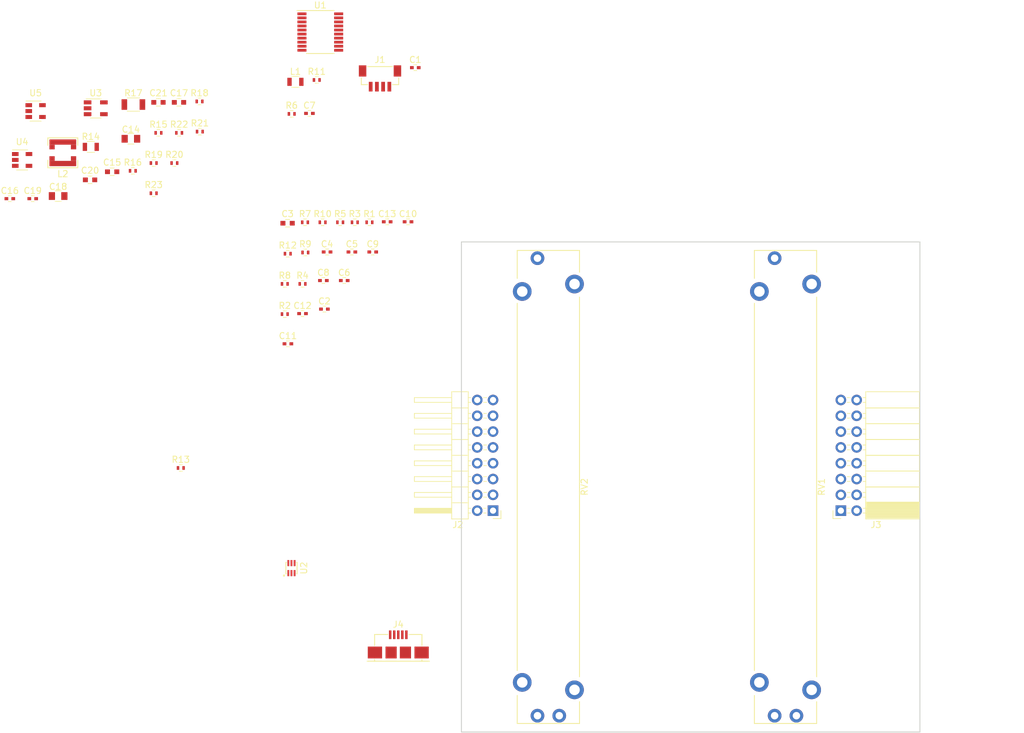
<source format=kicad_pcb>
(kicad_pcb (version 4) (host pcbnew 4.0.7)

  (general
    (links 134)
    (no_connects 134)
    (area 123.114999 63.424999 182.955001 142.315001)
    (thickness 1.6)
    (drawings 10)
    (tracks 0)
    (zones 0)
    (modules 57)
    (nets 54)
  )

  (page A4)
  (layers
    (0 F.Cu signal)
    (31 B.Cu signal)
    (32 B.Adhes user)
    (33 F.Adhes user)
    (34 B.Paste user)
    (35 F.Paste user)
    (36 B.SilkS user)
    (37 F.SilkS user)
    (38 B.Mask user)
    (39 F.Mask user)
    (40 Dwgs.User user)
    (41 Cmts.User user)
    (42 Eco1.User user)
    (43 Eco2.User user)
    (44 Edge.Cuts user)
    (45 Margin user)
    (46 B.CrtYd user)
    (47 F.CrtYd user)
    (48 B.Fab user hide)
    (49 F.Fab user hide)
  )

  (setup
    (last_trace_width 0.25)
    (trace_clearance 0.2)
    (zone_clearance 0.508)
    (zone_45_only no)
    (trace_min 0.2)
    (segment_width 0.2)
    (edge_width 0.15)
    (via_size 0.6)
    (via_drill 0.4)
    (via_min_size 0.4)
    (via_min_drill 0.3)
    (uvia_size 0.3)
    (uvia_drill 0.1)
    (uvias_allowed no)
    (uvia_min_size 0.2)
    (uvia_min_drill 0.1)
    (pcb_text_width 0.3)
    (pcb_text_size 1.5 1.5)
    (mod_edge_width 0.15)
    (mod_text_size 1 1)
    (mod_text_width 0.15)
    (pad_size 1.524 1.524)
    (pad_drill 0.762)
    (pad_to_mask_clearance 0.2)
    (aux_axis_origin 0 0)
    (visible_elements FFFFFF7F)
    (pcbplotparams
      (layerselection 0x00030_80000001)
      (usegerberextensions false)
      (excludeedgelayer true)
      (linewidth 0.100000)
      (plotframeref false)
      (viasonmask false)
      (mode 1)
      (useauxorigin false)
      (hpglpennumber 1)
      (hpglpenspeed 20)
      (hpglpendiameter 15)
      (hpglpenoverlay 2)
      (psnegative false)
      (psa4output false)
      (plotreference true)
      (plotvalue true)
      (plotinvisibletext false)
      (padsonsilk false)
      (subtractmaskfromsilk false)
      (outputformat 1)
      (mirror false)
      (drillshape 1)
      (scaleselection 1)
      (outputdirectory ""))
  )

  (net 0 "")
  (net 1 VDD)
  (net 2 GND)
  (net 3 "Net-(C3-Pad1)")
  (net 4 "/Digital Control/ANALOG_IN0")
  (net 5 "/Digital Control/ANALOG_IN1")
  (net 6 "/Digital Control/ANALOG_IN2")
  (net 7 "/Digital Control/ANALOG_IN3")
  (net 8 "/Digital Control/ANALOG_IN4")
  (net 9 "/Digital Control/ANALOG_IN5")
  (net 10 "/Digital Control/ANALOG_IN6")
  (net 11 "/Digital Control/ANALOG_IN7")
  (net 12 "Net-(C13-Pad1)")
  (net 13 VBUS)
  (net 14 VDDA)
  (net 15 "/Digital Control/SWDIO")
  (net 16 "/Digital Control/SWCLK")
  (net 17 "/Digital Control/NRST")
  (net 18 "Net-(J2-Pad3)")
  (net 19 "Net-(J2-Pad4)")
  (net 20 "Net-(J2-Pad5)")
  (net 21 "Net-(J2-Pad6)")
  (net 22 "/Digital Control/FADER_B")
  (net 23 "/Digital Control/FADER_A")
  (net 24 "/Digital Control/IN0")
  (net 25 "/Digital Control/IN1")
  (net 26 "/Digital Control/IN2")
  (net 27 "/Digital Control/IN3")
  (net 28 "Net-(J2-Pad13)")
  (net 29 "Net-(J2-Pad14)")
  (net 30 "Net-(J3-Pad3)")
  (net 31 "Net-(J3-Pad4)")
  (net 32 "Net-(J3-Pad5)")
  (net 33 "Net-(J3-Pad6)")
  (net 34 "/Digital Control/IN5")
  (net 35 "/Digital Control/IN4")
  (net 36 "Net-(J3-Pad13)")
  (net 37 "Net-(J3-Pad14)")
  (net 38 "/Digital Control/USB_TVS_D-")
  (net 39 "/Digital Control/USB_TVS_D+")
  (net 40 "Net-(J4-Pad4)")
  (net 41 "Net-(L1-Pad1)")
  (net 42 "Net-(L2-Pad1)")
  (net 43 "/Digital Control/USB_D-")
  (net 44 "/Digital Control/USB_R-")
  (net 45 "/Digital Control/USB_D+")
  (net 46 "/Digital Control/USB_R+")
  (net 47 "Net-(R15-Pad2)")
  (net 48 "Net-(R16-Pad2)")
  (net 49 "Net-(R20-Pad2)")
  (net 50 "Net-(R21-Pad2)")
  (net 51 "Net-(U1-Pad2)")
  (net 52 "Net-(U1-Pad3)")
  (net 53 "Net-(U1-Pad14)")

  (net_class Default "This is the default net class."
    (clearance 0.2)
    (trace_width 0.25)
    (via_dia 0.6)
    (via_drill 0.4)
    (uvia_dia 0.3)
    (uvia_drill 0.1)
    (add_net "/Digital Control/ANALOG_IN0")
    (add_net "/Digital Control/ANALOG_IN1")
    (add_net "/Digital Control/ANALOG_IN2")
    (add_net "/Digital Control/ANALOG_IN3")
    (add_net "/Digital Control/ANALOG_IN4")
    (add_net "/Digital Control/ANALOG_IN5")
    (add_net "/Digital Control/ANALOG_IN6")
    (add_net "/Digital Control/ANALOG_IN7")
    (add_net "/Digital Control/FADER_A")
    (add_net "/Digital Control/FADER_B")
    (add_net "/Digital Control/IN0")
    (add_net "/Digital Control/IN1")
    (add_net "/Digital Control/IN2")
    (add_net "/Digital Control/IN3")
    (add_net "/Digital Control/IN4")
    (add_net "/Digital Control/IN5")
    (add_net "/Digital Control/NRST")
    (add_net "/Digital Control/SWCLK")
    (add_net "/Digital Control/SWDIO")
    (add_net "/Digital Control/USB_D+")
    (add_net "/Digital Control/USB_D-")
    (add_net "/Digital Control/USB_R+")
    (add_net "/Digital Control/USB_R-")
    (add_net "/Digital Control/USB_TVS_D+")
    (add_net "/Digital Control/USB_TVS_D-")
    (add_net GND)
    (add_net "Net-(C13-Pad1)")
    (add_net "Net-(C3-Pad1)")
    (add_net "Net-(J2-Pad13)")
    (add_net "Net-(J2-Pad14)")
    (add_net "Net-(J2-Pad3)")
    (add_net "Net-(J2-Pad4)")
    (add_net "Net-(J2-Pad5)")
    (add_net "Net-(J2-Pad6)")
    (add_net "Net-(J3-Pad13)")
    (add_net "Net-(J3-Pad14)")
    (add_net "Net-(J3-Pad3)")
    (add_net "Net-(J3-Pad4)")
    (add_net "Net-(J3-Pad5)")
    (add_net "Net-(J3-Pad6)")
    (add_net "Net-(J4-Pad4)")
    (add_net "Net-(L1-Pad1)")
    (add_net "Net-(L2-Pad1)")
    (add_net "Net-(R15-Pad2)")
    (add_net "Net-(R16-Pad2)")
    (add_net "Net-(R20-Pad2)")
    (add_net "Net-(R21-Pad2)")
    (add_net "Net-(U1-Pad14)")
    (add_net "Net-(U1-Pad2)")
    (add_net "Net-(U1-Pad3)")
    (add_net VBUS)
    (add_net VDD)
    (add_net VDDA)
  )

  (module Capacitors_SMD:C_0402 (layer F.Cu) (tedit 58AA841A) (tstamp 5B3DAAB3)
    (at 109.428857 35.506)
    (descr "Capacitor SMD 0402, reflow soldering, AVX (see smccp.pdf)")
    (tags "capacitor 0402")
    (path /5B3C3C50/5B3CE2B3)
    (attr smd)
    (fp_text reference C1 (at 0 -1.27) (layer F.SilkS)
      (effects (font (size 1 1) (thickness 0.15)))
    )
    (fp_text value 0.1u (at 0 1.27) (layer F.Fab)
      (effects (font (size 1 1) (thickness 0.15)))
    )
    (fp_text user %R (at 0 -1.27) (layer F.Fab)
      (effects (font (size 1 1) (thickness 0.15)))
    )
    (fp_line (start -0.5 0.25) (end -0.5 -0.25) (layer F.Fab) (width 0.1))
    (fp_line (start 0.5 0.25) (end -0.5 0.25) (layer F.Fab) (width 0.1))
    (fp_line (start 0.5 -0.25) (end 0.5 0.25) (layer F.Fab) (width 0.1))
    (fp_line (start -0.5 -0.25) (end 0.5 -0.25) (layer F.Fab) (width 0.1))
    (fp_line (start 0.25 -0.47) (end -0.25 -0.47) (layer F.SilkS) (width 0.12))
    (fp_line (start -0.25 0.47) (end 0.25 0.47) (layer F.SilkS) (width 0.12))
    (fp_line (start -1 -0.4) (end 1 -0.4) (layer F.CrtYd) (width 0.05))
    (fp_line (start -1 -0.4) (end -1 0.4) (layer F.CrtYd) (width 0.05))
    (fp_line (start 1 0.4) (end 1 -0.4) (layer F.CrtYd) (width 0.05))
    (fp_line (start 1 0.4) (end -1 0.4) (layer F.CrtYd) (width 0.05))
    (pad 1 smd rect (at -0.55 0) (size 0.6 0.5) (layers F.Cu F.Paste F.Mask)
      (net 1 VDD))
    (pad 2 smd rect (at 0.55 0) (size 0.6 0.5) (layers F.Cu F.Paste F.Mask)
      (net 2 GND))
    (model Capacitors_SMD.3dshapes/C_0402.wrl
      (at (xyz 0 0 0))
      (scale (xyz 1 1 1))
      (rotate (xyz 0 0 0))
    )
  )

  (module Capacitors_SMD:C_0402 (layer F.Cu) (tedit 58AA841A) (tstamp 5B3DAAB9)
    (at 94.829857 74.3)
    (descr "Capacitor SMD 0402, reflow soldering, AVX (see smccp.pdf)")
    (tags "capacitor 0402")
    (path /5B3C3C50/5B3CE378)
    (attr smd)
    (fp_text reference C2 (at 0 -1.27) (layer F.SilkS)
      (effects (font (size 1 1) (thickness 0.15)))
    )
    (fp_text value 0.1u (at 0 1.27) (layer F.Fab)
      (effects (font (size 1 1) (thickness 0.15)))
    )
    (fp_text user %R (at 0 -1.27) (layer F.Fab)
      (effects (font (size 1 1) (thickness 0.15)))
    )
    (fp_line (start -0.5 0.25) (end -0.5 -0.25) (layer F.Fab) (width 0.1))
    (fp_line (start 0.5 0.25) (end -0.5 0.25) (layer F.Fab) (width 0.1))
    (fp_line (start 0.5 -0.25) (end 0.5 0.25) (layer F.Fab) (width 0.1))
    (fp_line (start -0.5 -0.25) (end 0.5 -0.25) (layer F.Fab) (width 0.1))
    (fp_line (start 0.25 -0.47) (end -0.25 -0.47) (layer F.SilkS) (width 0.12))
    (fp_line (start -0.25 0.47) (end 0.25 0.47) (layer F.SilkS) (width 0.12))
    (fp_line (start -1 -0.4) (end 1 -0.4) (layer F.CrtYd) (width 0.05))
    (fp_line (start -1 -0.4) (end -1 0.4) (layer F.CrtYd) (width 0.05))
    (fp_line (start 1 0.4) (end 1 -0.4) (layer F.CrtYd) (width 0.05))
    (fp_line (start 1 0.4) (end -1 0.4) (layer F.CrtYd) (width 0.05))
    (pad 1 smd rect (at -0.55 0) (size 0.6 0.5) (layers F.Cu F.Paste F.Mask)
      (net 1 VDD))
    (pad 2 smd rect (at 0.55 0) (size 0.6 0.5) (layers F.Cu F.Paste F.Mask)
      (net 2 GND))
    (model Capacitors_SMD.3dshapes/C_0402.wrl
      (at (xyz 0 0 0))
      (scale (xyz 1 1 1))
      (rotate (xyz 0 0 0))
    )
  )

  (module Capacitors_SMD:C_0603 (layer F.Cu) (tedit 59958EE7) (tstamp 5B3DAABF)
    (at 88.912001 60.5)
    (descr "Capacitor SMD 0603, reflow soldering, AVX (see smccp.pdf)")
    (tags "capacitor 0603")
    (path /5B3C3C50/5B3D6908)
    (attr smd)
    (fp_text reference C3 (at 0 -1.5) (layer F.SilkS)
      (effects (font (size 1 1) (thickness 0.15)))
    )
    (fp_text value 1u (at 0 1.5) (layer F.Fab)
      (effects (font (size 1 1) (thickness 0.15)))
    )
    (fp_line (start 1.4 0.65) (end -1.4 0.65) (layer F.CrtYd) (width 0.05))
    (fp_line (start 1.4 0.65) (end 1.4 -0.65) (layer F.CrtYd) (width 0.05))
    (fp_line (start -1.4 -0.65) (end -1.4 0.65) (layer F.CrtYd) (width 0.05))
    (fp_line (start -1.4 -0.65) (end 1.4 -0.65) (layer F.CrtYd) (width 0.05))
    (fp_line (start 0.35 0.6) (end -0.35 0.6) (layer F.SilkS) (width 0.12))
    (fp_line (start -0.35 -0.6) (end 0.35 -0.6) (layer F.SilkS) (width 0.12))
    (fp_line (start -0.8 -0.4) (end 0.8 -0.4) (layer F.Fab) (width 0.1))
    (fp_line (start 0.8 -0.4) (end 0.8 0.4) (layer F.Fab) (width 0.1))
    (fp_line (start 0.8 0.4) (end -0.8 0.4) (layer F.Fab) (width 0.1))
    (fp_line (start -0.8 0.4) (end -0.8 -0.4) (layer F.Fab) (width 0.1))
    (fp_text user %R (at 0 0) (layer F.Fab)
      (effects (font (size 0.3 0.3) (thickness 0.075)))
    )
    (pad 2 smd rect (at 0.75 0) (size 0.8 0.75) (layers F.Cu F.Paste F.Mask)
      (net 2 GND))
    (pad 1 smd rect (at -0.75 0) (size 0.8 0.75) (layers F.Cu F.Paste F.Mask)
      (net 3 "Net-(C3-Pad1)"))
    (model Capacitors_SMD.3dshapes/C_0603.wrl
      (at (xyz 0 0 0))
      (scale (xyz 1 1 1))
      (rotate (xyz 0 0 0))
    )
  )

  (module Capacitors_SMD:C_0402 (layer F.Cu) (tedit 58AA841A) (tstamp 5B3DAAC5)
    (at 95.256047 65.12)
    (descr "Capacitor SMD 0402, reflow soldering, AVX (see smccp.pdf)")
    (tags "capacitor 0402")
    (path /5B3C3C50/5B3CE46D)
    (attr smd)
    (fp_text reference C4 (at 0 -1.27) (layer F.SilkS)
      (effects (font (size 1 1) (thickness 0.15)))
    )
    (fp_text value 0.01u (at 0 1.27) (layer F.Fab)
      (effects (font (size 1 1) (thickness 0.15)))
    )
    (fp_text user %R (at 0 -1.27) (layer F.Fab)
      (effects (font (size 1 1) (thickness 0.15)))
    )
    (fp_line (start -0.5 0.25) (end -0.5 -0.25) (layer F.Fab) (width 0.1))
    (fp_line (start 0.5 0.25) (end -0.5 0.25) (layer F.Fab) (width 0.1))
    (fp_line (start 0.5 -0.25) (end 0.5 0.25) (layer F.Fab) (width 0.1))
    (fp_line (start -0.5 -0.25) (end 0.5 -0.25) (layer F.Fab) (width 0.1))
    (fp_line (start 0.25 -0.47) (end -0.25 -0.47) (layer F.SilkS) (width 0.12))
    (fp_line (start -0.25 0.47) (end 0.25 0.47) (layer F.SilkS) (width 0.12))
    (fp_line (start -1 -0.4) (end 1 -0.4) (layer F.CrtYd) (width 0.05))
    (fp_line (start -1 -0.4) (end -1 0.4) (layer F.CrtYd) (width 0.05))
    (fp_line (start 1 0.4) (end 1 -0.4) (layer F.CrtYd) (width 0.05))
    (fp_line (start 1 0.4) (end -1 0.4) (layer F.CrtYd) (width 0.05))
    (pad 1 smd rect (at -0.55 0) (size 0.6 0.5) (layers F.Cu F.Paste F.Mask)
      (net 3 "Net-(C3-Pad1)"))
    (pad 2 smd rect (at 0.55 0) (size 0.6 0.5) (layers F.Cu F.Paste F.Mask)
      (net 2 GND))
    (model Capacitors_SMD.3dshapes/C_0402.wrl
      (at (xyz 0 0 0))
      (scale (xyz 1 1 1))
      (rotate (xyz 0 0 0))
    )
  )

  (module Capacitors_SMD:C_0402 (layer F.Cu) (tedit 58AA841A) (tstamp 5B3DAACB)
    (at 99.24319 65.12)
    (descr "Capacitor SMD 0402, reflow soldering, AVX (see smccp.pdf)")
    (tags "capacitor 0402")
    (path /5B3C3C50/5B3DB0FA)
    (attr smd)
    (fp_text reference C5 (at 0 -1.27) (layer F.SilkS)
      (effects (font (size 1 1) (thickness 0.15)))
    )
    (fp_text value SPR (at 0 1.27) (layer F.Fab)
      (effects (font (size 1 1) (thickness 0.15)))
    )
    (fp_text user %R (at 0 -1.27) (layer F.Fab)
      (effects (font (size 1 1) (thickness 0.15)))
    )
    (fp_line (start -0.5 0.25) (end -0.5 -0.25) (layer F.Fab) (width 0.1))
    (fp_line (start 0.5 0.25) (end -0.5 0.25) (layer F.Fab) (width 0.1))
    (fp_line (start 0.5 -0.25) (end 0.5 0.25) (layer F.Fab) (width 0.1))
    (fp_line (start -0.5 -0.25) (end 0.5 -0.25) (layer F.Fab) (width 0.1))
    (fp_line (start 0.25 -0.47) (end -0.25 -0.47) (layer F.SilkS) (width 0.12))
    (fp_line (start -0.25 0.47) (end 0.25 0.47) (layer F.SilkS) (width 0.12))
    (fp_line (start -1 -0.4) (end 1 -0.4) (layer F.CrtYd) (width 0.05))
    (fp_line (start -1 -0.4) (end -1 0.4) (layer F.CrtYd) (width 0.05))
    (fp_line (start 1 0.4) (end 1 -0.4) (layer F.CrtYd) (width 0.05))
    (fp_line (start 1 0.4) (end -1 0.4) (layer F.CrtYd) (width 0.05))
    (pad 1 smd rect (at -0.55 0) (size 0.6 0.5) (layers F.Cu F.Paste F.Mask)
      (net 4 "/Digital Control/ANALOG_IN0"))
    (pad 2 smd rect (at 0.55 0) (size 0.6 0.5) (layers F.Cu F.Paste F.Mask)
      (net 2 GND))
    (model Capacitors_SMD.3dshapes/C_0402.wrl
      (at (xyz 0 0 0))
      (scale (xyz 1 1 1))
      (rotate (xyz 0 0 0))
    )
  )

  (module Capacitors_SMD:C_0402 (layer F.Cu) (tedit 58AA841A) (tstamp 5B3DAAD1)
    (at 98.01319 69.71)
    (descr "Capacitor SMD 0402, reflow soldering, AVX (see smccp.pdf)")
    (tags "capacitor 0402")
    (path /5B3C3C50/5B3DB078)
    (attr smd)
    (fp_text reference C6 (at 0 -1.27) (layer F.SilkS)
      (effects (font (size 1 1) (thickness 0.15)))
    )
    (fp_text value SPR (at 0 1.27) (layer F.Fab)
      (effects (font (size 1 1) (thickness 0.15)))
    )
    (fp_text user %R (at 0 -1.27) (layer F.Fab)
      (effects (font (size 1 1) (thickness 0.15)))
    )
    (fp_line (start -0.5 0.25) (end -0.5 -0.25) (layer F.Fab) (width 0.1))
    (fp_line (start 0.5 0.25) (end -0.5 0.25) (layer F.Fab) (width 0.1))
    (fp_line (start 0.5 -0.25) (end 0.5 0.25) (layer F.Fab) (width 0.1))
    (fp_line (start -0.5 -0.25) (end 0.5 -0.25) (layer F.Fab) (width 0.1))
    (fp_line (start 0.25 -0.47) (end -0.25 -0.47) (layer F.SilkS) (width 0.12))
    (fp_line (start -0.25 0.47) (end 0.25 0.47) (layer F.SilkS) (width 0.12))
    (fp_line (start -1 -0.4) (end 1 -0.4) (layer F.CrtYd) (width 0.05))
    (fp_line (start -1 -0.4) (end -1 0.4) (layer F.CrtYd) (width 0.05))
    (fp_line (start 1 0.4) (end 1 -0.4) (layer F.CrtYd) (width 0.05))
    (fp_line (start 1 0.4) (end -1 0.4) (layer F.CrtYd) (width 0.05))
    (pad 1 smd rect (at -0.55 0) (size 0.6 0.5) (layers F.Cu F.Paste F.Mask)
      (net 5 "/Digital Control/ANALOG_IN1"))
    (pad 2 smd rect (at 0.55 0) (size 0.6 0.5) (layers F.Cu F.Paste F.Mask)
      (net 2 GND))
    (model Capacitors_SMD.3dshapes/C_0402.wrl
      (at (xyz 0 0 0))
      (scale (xyz 1 1 1))
      (rotate (xyz 0 0 0))
    )
  )

  (module Capacitors_SMD:C_0402 (layer F.Cu) (tedit 58AA841A) (tstamp 5B3DAAD7)
    (at 92.42219 42.856)
    (descr "Capacitor SMD 0402, reflow soldering, AVX (see smccp.pdf)")
    (tags "capacitor 0402")
    (path /5B3C3C50/5B3DB001)
    (attr smd)
    (fp_text reference C7 (at 0 -1.27) (layer F.SilkS)
      (effects (font (size 1 1) (thickness 0.15)))
    )
    (fp_text value SPR (at 0 1.27) (layer F.Fab)
      (effects (font (size 1 1) (thickness 0.15)))
    )
    (fp_text user %R (at 0 -1.27) (layer F.Fab)
      (effects (font (size 1 1) (thickness 0.15)))
    )
    (fp_line (start -0.5 0.25) (end -0.5 -0.25) (layer F.Fab) (width 0.1))
    (fp_line (start 0.5 0.25) (end -0.5 0.25) (layer F.Fab) (width 0.1))
    (fp_line (start 0.5 -0.25) (end 0.5 0.25) (layer F.Fab) (width 0.1))
    (fp_line (start -0.5 -0.25) (end 0.5 -0.25) (layer F.Fab) (width 0.1))
    (fp_line (start 0.25 -0.47) (end -0.25 -0.47) (layer F.SilkS) (width 0.12))
    (fp_line (start -0.25 0.47) (end 0.25 0.47) (layer F.SilkS) (width 0.12))
    (fp_line (start -1 -0.4) (end 1 -0.4) (layer F.CrtYd) (width 0.05))
    (fp_line (start -1 -0.4) (end -1 0.4) (layer F.CrtYd) (width 0.05))
    (fp_line (start 1 0.4) (end 1 -0.4) (layer F.CrtYd) (width 0.05))
    (fp_line (start 1 0.4) (end -1 0.4) (layer F.CrtYd) (width 0.05))
    (pad 1 smd rect (at -0.55 0) (size 0.6 0.5) (layers F.Cu F.Paste F.Mask)
      (net 6 "/Digital Control/ANALOG_IN2"))
    (pad 2 smd rect (at 0.55 0) (size 0.6 0.5) (layers F.Cu F.Paste F.Mask)
      (net 2 GND))
    (model Capacitors_SMD.3dshapes/C_0402.wrl
      (at (xyz 0 0 0))
      (scale (xyz 1 1 1))
      (rotate (xyz 0 0 0))
    )
  )

  (module Capacitors_SMD:C_0402 (layer F.Cu) (tedit 58AA841A) (tstamp 5B3DAADD)
    (at 94.66319 69.71)
    (descr "Capacitor SMD 0402, reflow soldering, AVX (see smccp.pdf)")
    (tags "capacitor 0402")
    (path /5B3C3C50/5B3DAF8D)
    (attr smd)
    (fp_text reference C8 (at 0 -1.27) (layer F.SilkS)
      (effects (font (size 1 1) (thickness 0.15)))
    )
    (fp_text value SPR (at 0 1.27) (layer F.Fab)
      (effects (font (size 1 1) (thickness 0.15)))
    )
    (fp_text user %R (at 0 -1.27) (layer F.Fab)
      (effects (font (size 1 1) (thickness 0.15)))
    )
    (fp_line (start -0.5 0.25) (end -0.5 -0.25) (layer F.Fab) (width 0.1))
    (fp_line (start 0.5 0.25) (end -0.5 0.25) (layer F.Fab) (width 0.1))
    (fp_line (start 0.5 -0.25) (end 0.5 0.25) (layer F.Fab) (width 0.1))
    (fp_line (start -0.5 -0.25) (end 0.5 -0.25) (layer F.Fab) (width 0.1))
    (fp_line (start 0.25 -0.47) (end -0.25 -0.47) (layer F.SilkS) (width 0.12))
    (fp_line (start -0.25 0.47) (end 0.25 0.47) (layer F.SilkS) (width 0.12))
    (fp_line (start -1 -0.4) (end 1 -0.4) (layer F.CrtYd) (width 0.05))
    (fp_line (start -1 -0.4) (end -1 0.4) (layer F.CrtYd) (width 0.05))
    (fp_line (start 1 0.4) (end 1 -0.4) (layer F.CrtYd) (width 0.05))
    (fp_line (start 1 0.4) (end -1 0.4) (layer F.CrtYd) (width 0.05))
    (pad 1 smd rect (at -0.55 0) (size 0.6 0.5) (layers F.Cu F.Paste F.Mask)
      (net 7 "/Digital Control/ANALOG_IN3"))
    (pad 2 smd rect (at 0.55 0) (size 0.6 0.5) (layers F.Cu F.Paste F.Mask)
      (net 2 GND))
    (model Capacitors_SMD.3dshapes/C_0402.wrl
      (at (xyz 0 0 0))
      (scale (xyz 1 1 1))
      (rotate (xyz 0 0 0))
    )
  )

  (module Capacitors_SMD:C_0402 (layer F.Cu) (tedit 58AA841A) (tstamp 5B3DAAE3)
    (at 102.59319 65.12)
    (descr "Capacitor SMD 0402, reflow soldering, AVX (see smccp.pdf)")
    (tags "capacitor 0402")
    (path /5B3C3C50/5B3DAF18)
    (attr smd)
    (fp_text reference C9 (at 0 -1.27) (layer F.SilkS)
      (effects (font (size 1 1) (thickness 0.15)))
    )
    (fp_text value SPR (at 0 1.27) (layer F.Fab)
      (effects (font (size 1 1) (thickness 0.15)))
    )
    (fp_text user %R (at 0 -1.27) (layer F.Fab)
      (effects (font (size 1 1) (thickness 0.15)))
    )
    (fp_line (start -0.5 0.25) (end -0.5 -0.25) (layer F.Fab) (width 0.1))
    (fp_line (start 0.5 0.25) (end -0.5 0.25) (layer F.Fab) (width 0.1))
    (fp_line (start 0.5 -0.25) (end 0.5 0.25) (layer F.Fab) (width 0.1))
    (fp_line (start -0.5 -0.25) (end 0.5 -0.25) (layer F.Fab) (width 0.1))
    (fp_line (start 0.25 -0.47) (end -0.25 -0.47) (layer F.SilkS) (width 0.12))
    (fp_line (start -0.25 0.47) (end 0.25 0.47) (layer F.SilkS) (width 0.12))
    (fp_line (start -1 -0.4) (end 1 -0.4) (layer F.CrtYd) (width 0.05))
    (fp_line (start -1 -0.4) (end -1 0.4) (layer F.CrtYd) (width 0.05))
    (fp_line (start 1 0.4) (end 1 -0.4) (layer F.CrtYd) (width 0.05))
    (fp_line (start 1 0.4) (end -1 0.4) (layer F.CrtYd) (width 0.05))
    (pad 1 smd rect (at -0.55 0) (size 0.6 0.5) (layers F.Cu F.Paste F.Mask)
      (net 8 "/Digital Control/ANALOG_IN4"))
    (pad 2 smd rect (at 0.55 0) (size 0.6 0.5) (layers F.Cu F.Paste F.Mask)
      (net 2 GND))
    (model Capacitors_SMD.3dshapes/C_0402.wrl
      (at (xyz 0 0 0))
      (scale (xyz 1 1 1))
      (rotate (xyz 0 0 0))
    )
  )

  (module Capacitors_SMD:C_0402 (layer F.Cu) (tedit 58AA841A) (tstamp 5B3DAAE9)
    (at 108.26319 60.27)
    (descr "Capacitor SMD 0402, reflow soldering, AVX (see smccp.pdf)")
    (tags "capacitor 0402")
    (path /5B3C3C50/5B3DAD38)
    (attr smd)
    (fp_text reference C10 (at 0 -1.27) (layer F.SilkS)
      (effects (font (size 1 1) (thickness 0.15)))
    )
    (fp_text value SPR (at 0 1.27) (layer F.Fab)
      (effects (font (size 1 1) (thickness 0.15)))
    )
    (fp_text user %R (at 0 -1.27) (layer F.Fab)
      (effects (font (size 1 1) (thickness 0.15)))
    )
    (fp_line (start -0.5 0.25) (end -0.5 -0.25) (layer F.Fab) (width 0.1))
    (fp_line (start 0.5 0.25) (end -0.5 0.25) (layer F.Fab) (width 0.1))
    (fp_line (start 0.5 -0.25) (end 0.5 0.25) (layer F.Fab) (width 0.1))
    (fp_line (start -0.5 -0.25) (end 0.5 -0.25) (layer F.Fab) (width 0.1))
    (fp_line (start 0.25 -0.47) (end -0.25 -0.47) (layer F.SilkS) (width 0.12))
    (fp_line (start -0.25 0.47) (end 0.25 0.47) (layer F.SilkS) (width 0.12))
    (fp_line (start -1 -0.4) (end 1 -0.4) (layer F.CrtYd) (width 0.05))
    (fp_line (start -1 -0.4) (end -1 0.4) (layer F.CrtYd) (width 0.05))
    (fp_line (start 1 0.4) (end 1 -0.4) (layer F.CrtYd) (width 0.05))
    (fp_line (start 1 0.4) (end -1 0.4) (layer F.CrtYd) (width 0.05))
    (pad 1 smd rect (at -0.55 0) (size 0.6 0.5) (layers F.Cu F.Paste F.Mask)
      (net 9 "/Digital Control/ANALOG_IN5"))
    (pad 2 smd rect (at 0.55 0) (size 0.6 0.5) (layers F.Cu F.Paste F.Mask)
      (net 2 GND))
    (model Capacitors_SMD.3dshapes/C_0402.wrl
      (at (xyz 0 0 0))
      (scale (xyz 1 1 1))
      (rotate (xyz 0 0 0))
    )
  )

  (module Capacitors_SMD:C_0402 (layer F.Cu) (tedit 58AA841A) (tstamp 5B3DAAEF)
    (at 88.96319 79.87)
    (descr "Capacitor SMD 0402, reflow soldering, AVX (see smccp.pdf)")
    (tags "capacitor 0402")
    (path /5B3C3C50/5B3DACC5)
    (attr smd)
    (fp_text reference C11 (at 0 -1.27) (layer F.SilkS)
      (effects (font (size 1 1) (thickness 0.15)))
    )
    (fp_text value SPR (at 0 1.27) (layer F.Fab)
      (effects (font (size 1 1) (thickness 0.15)))
    )
    (fp_text user %R (at 0 -1.27) (layer F.Fab)
      (effects (font (size 1 1) (thickness 0.15)))
    )
    (fp_line (start -0.5 0.25) (end -0.5 -0.25) (layer F.Fab) (width 0.1))
    (fp_line (start 0.5 0.25) (end -0.5 0.25) (layer F.Fab) (width 0.1))
    (fp_line (start 0.5 -0.25) (end 0.5 0.25) (layer F.Fab) (width 0.1))
    (fp_line (start -0.5 -0.25) (end 0.5 -0.25) (layer F.Fab) (width 0.1))
    (fp_line (start 0.25 -0.47) (end -0.25 -0.47) (layer F.SilkS) (width 0.12))
    (fp_line (start -0.25 0.47) (end 0.25 0.47) (layer F.SilkS) (width 0.12))
    (fp_line (start -1 -0.4) (end 1 -0.4) (layer F.CrtYd) (width 0.05))
    (fp_line (start -1 -0.4) (end -1 0.4) (layer F.CrtYd) (width 0.05))
    (fp_line (start 1 0.4) (end 1 -0.4) (layer F.CrtYd) (width 0.05))
    (fp_line (start 1 0.4) (end -1 0.4) (layer F.CrtYd) (width 0.05))
    (pad 1 smd rect (at -0.55 0) (size 0.6 0.5) (layers F.Cu F.Paste F.Mask)
      (net 10 "/Digital Control/ANALOG_IN6"))
    (pad 2 smd rect (at 0.55 0) (size 0.6 0.5) (layers F.Cu F.Paste F.Mask)
      (net 2 GND))
    (model Capacitors_SMD.3dshapes/C_0402.wrl
      (at (xyz 0 0 0))
      (scale (xyz 1 1 1))
      (rotate (xyz 0 0 0))
    )
  )

  (module Capacitors_SMD:C_0402 (layer F.Cu) (tedit 58AA841A) (tstamp 5B3DAAF5)
    (at 91.31319 75.02)
    (descr "Capacitor SMD 0402, reflow soldering, AVX (see smccp.pdf)")
    (tags "capacitor 0402")
    (path /5B3C3C50/5B3DA957)
    (attr smd)
    (fp_text reference C12 (at 0 -1.27) (layer F.SilkS)
      (effects (font (size 1 1) (thickness 0.15)))
    )
    (fp_text value SPR (at 0 1.27) (layer F.Fab)
      (effects (font (size 1 1) (thickness 0.15)))
    )
    (fp_text user %R (at 0 -1.27) (layer F.Fab)
      (effects (font (size 1 1) (thickness 0.15)))
    )
    (fp_line (start -0.5 0.25) (end -0.5 -0.25) (layer F.Fab) (width 0.1))
    (fp_line (start 0.5 0.25) (end -0.5 0.25) (layer F.Fab) (width 0.1))
    (fp_line (start 0.5 -0.25) (end 0.5 0.25) (layer F.Fab) (width 0.1))
    (fp_line (start -0.5 -0.25) (end 0.5 -0.25) (layer F.Fab) (width 0.1))
    (fp_line (start 0.25 -0.47) (end -0.25 -0.47) (layer F.SilkS) (width 0.12))
    (fp_line (start -0.25 0.47) (end 0.25 0.47) (layer F.SilkS) (width 0.12))
    (fp_line (start -1 -0.4) (end 1 -0.4) (layer F.CrtYd) (width 0.05))
    (fp_line (start -1 -0.4) (end -1 0.4) (layer F.CrtYd) (width 0.05))
    (fp_line (start 1 0.4) (end 1 -0.4) (layer F.CrtYd) (width 0.05))
    (fp_line (start 1 0.4) (end -1 0.4) (layer F.CrtYd) (width 0.05))
    (pad 1 smd rect (at -0.55 0) (size 0.6 0.5) (layers F.Cu F.Paste F.Mask)
      (net 11 "/Digital Control/ANALOG_IN7"))
    (pad 2 smd rect (at 0.55 0) (size 0.6 0.5) (layers F.Cu F.Paste F.Mask)
      (net 2 GND))
    (model Capacitors_SMD.3dshapes/C_0402.wrl
      (at (xyz 0 0 0))
      (scale (xyz 1 1 1))
      (rotate (xyz 0 0 0))
    )
  )

  (module Capacitors_SMD:C_0402 (layer F.Cu) (tedit 58AA841A) (tstamp 5B3DAAFB)
    (at 104.91319 60.27)
    (descr "Capacitor SMD 0402, reflow soldering, AVX (see smccp.pdf)")
    (tags "capacitor 0402")
    (path /5B3C3C50/5B3C738D)
    (attr smd)
    (fp_text reference C13 (at 0 -1.27) (layer F.SilkS)
      (effects (font (size 1 1) (thickness 0.15)))
    )
    (fp_text value SPR (at 0 1.27) (layer F.Fab)
      (effects (font (size 1 1) (thickness 0.15)))
    )
    (fp_text user %R (at 0 -1.27) (layer F.Fab)
      (effects (font (size 1 1) (thickness 0.15)))
    )
    (fp_line (start -0.5 0.25) (end -0.5 -0.25) (layer F.Fab) (width 0.1))
    (fp_line (start 0.5 0.25) (end -0.5 0.25) (layer F.Fab) (width 0.1))
    (fp_line (start 0.5 -0.25) (end 0.5 0.25) (layer F.Fab) (width 0.1))
    (fp_line (start -0.5 -0.25) (end 0.5 -0.25) (layer F.Fab) (width 0.1))
    (fp_line (start 0.25 -0.47) (end -0.25 -0.47) (layer F.SilkS) (width 0.12))
    (fp_line (start -0.25 0.47) (end 0.25 0.47) (layer F.SilkS) (width 0.12))
    (fp_line (start -1 -0.4) (end 1 -0.4) (layer F.CrtYd) (width 0.05))
    (fp_line (start -1 -0.4) (end -1 0.4) (layer F.CrtYd) (width 0.05))
    (fp_line (start 1 0.4) (end 1 -0.4) (layer F.CrtYd) (width 0.05))
    (fp_line (start 1 0.4) (end -1 0.4) (layer F.CrtYd) (width 0.05))
    (pad 1 smd rect (at -0.55 0) (size 0.6 0.5) (layers F.Cu F.Paste F.Mask)
      (net 12 "Net-(C13-Pad1)"))
    (pad 2 smd rect (at 0.55 0) (size 0.6 0.5) (layers F.Cu F.Paste F.Mask)
      (net 2 GND))
    (model Capacitors_SMD.3dshapes/C_0402.wrl
      (at (xyz 0 0 0))
      (scale (xyz 1 1 1))
      (rotate (xyz 0 0 0))
    )
  )

  (module Capacitors_SMD:C_0805 (layer F.Cu) (tedit 58AA8463) (tstamp 5B3DAB01)
    (at 63.738001 46.933)
    (descr "Capacitor SMD 0805, reflow soldering, AVX (see smccp.pdf)")
    (tags "capacitor 0805")
    (path /5B3C3C5C/5B3CF945)
    (attr smd)
    (fp_text reference C14 (at 0 -1.5) (layer F.SilkS)
      (effects (font (size 1 1) (thickness 0.15)))
    )
    (fp_text value 4.7u (at 0 1.75) (layer F.Fab)
      (effects (font (size 1 1) (thickness 0.15)))
    )
    (fp_text user %R (at 0 -1.5) (layer F.Fab)
      (effects (font (size 1 1) (thickness 0.15)))
    )
    (fp_line (start -1 0.62) (end -1 -0.62) (layer F.Fab) (width 0.1))
    (fp_line (start 1 0.62) (end -1 0.62) (layer F.Fab) (width 0.1))
    (fp_line (start 1 -0.62) (end 1 0.62) (layer F.Fab) (width 0.1))
    (fp_line (start -1 -0.62) (end 1 -0.62) (layer F.Fab) (width 0.1))
    (fp_line (start 0.5 -0.85) (end -0.5 -0.85) (layer F.SilkS) (width 0.12))
    (fp_line (start -0.5 0.85) (end 0.5 0.85) (layer F.SilkS) (width 0.12))
    (fp_line (start -1.75 -0.88) (end 1.75 -0.88) (layer F.CrtYd) (width 0.05))
    (fp_line (start -1.75 -0.88) (end -1.75 0.87) (layer F.CrtYd) (width 0.05))
    (fp_line (start 1.75 0.87) (end 1.75 -0.88) (layer F.CrtYd) (width 0.05))
    (fp_line (start 1.75 0.87) (end -1.75 0.87) (layer F.CrtYd) (width 0.05))
    (pad 1 smd rect (at -1 0) (size 1 1.25) (layers F.Cu F.Paste F.Mask)
      (net 13 VBUS))
    (pad 2 smd rect (at 1 0) (size 1 1.25) (layers F.Cu F.Paste F.Mask)
      (net 2 GND))
    (model Capacitors_SMD.3dshapes/C_0805.wrl
      (at (xyz 0 0 0))
      (scale (xyz 1 1 1))
      (rotate (xyz 0 0 0))
    )
  )

  (module Capacitors_SMD:C_0603 (layer F.Cu) (tedit 59958EE7) (tstamp 5B3DAB07)
    (at 60.725381 52.233)
    (descr "Capacitor SMD 0603, reflow soldering, AVX (see smccp.pdf)")
    (tags "capacitor 0603")
    (path /5B3C3C5C/5B3CF984)
    (attr smd)
    (fp_text reference C15 (at 0 -1.5) (layer F.SilkS)
      (effects (font (size 1 1) (thickness 0.15)))
    )
    (fp_text value 1u (at 0 1.5) (layer F.Fab)
      (effects (font (size 1 1) (thickness 0.15)))
    )
    (fp_line (start 1.4 0.65) (end -1.4 0.65) (layer F.CrtYd) (width 0.05))
    (fp_line (start 1.4 0.65) (end 1.4 -0.65) (layer F.CrtYd) (width 0.05))
    (fp_line (start -1.4 -0.65) (end -1.4 0.65) (layer F.CrtYd) (width 0.05))
    (fp_line (start -1.4 -0.65) (end 1.4 -0.65) (layer F.CrtYd) (width 0.05))
    (fp_line (start 0.35 0.6) (end -0.35 0.6) (layer F.SilkS) (width 0.12))
    (fp_line (start -0.35 -0.6) (end 0.35 -0.6) (layer F.SilkS) (width 0.12))
    (fp_line (start -0.8 -0.4) (end 0.8 -0.4) (layer F.Fab) (width 0.1))
    (fp_line (start 0.8 -0.4) (end 0.8 0.4) (layer F.Fab) (width 0.1))
    (fp_line (start 0.8 0.4) (end -0.8 0.4) (layer F.Fab) (width 0.1))
    (fp_line (start -0.8 0.4) (end -0.8 -0.4) (layer F.Fab) (width 0.1))
    (fp_text user %R (at 0 0) (layer F.Fab)
      (effects (font (size 0.3 0.3) (thickness 0.075)))
    )
    (pad 2 smd rect (at 0.75 0) (size 0.8 0.75) (layers F.Cu F.Paste F.Mask)
      (net 2 GND))
    (pad 1 smd rect (at -0.75 0) (size 0.8 0.75) (layers F.Cu F.Paste F.Mask)
      (net 13 VBUS))
    (model Capacitors_SMD.3dshapes/C_0603.wrl
      (at (xyz 0 0 0))
      (scale (xyz 1 1 1))
      (rotate (xyz 0 0 0))
    )
  )

  (module Capacitors_SMD:C_0402 (layer F.Cu) (tedit 58AA841A) (tstamp 5B3DAB0D)
    (at 44.285857 56.553)
    (descr "Capacitor SMD 0402, reflow soldering, AVX (see smccp.pdf)")
    (tags "capacitor 0402")
    (path /5B3C3C5C/5B3D2824)
    (attr smd)
    (fp_text reference C16 (at 0 -1.27) (layer F.SilkS)
      (effects (font (size 1 1) (thickness 0.15)))
    )
    (fp_text value 0.1u (at 0 1.27) (layer F.Fab)
      (effects (font (size 1 1) (thickness 0.15)))
    )
    (fp_text user %R (at 0 -1.27) (layer F.Fab)
      (effects (font (size 1 1) (thickness 0.15)))
    )
    (fp_line (start -0.5 0.25) (end -0.5 -0.25) (layer F.Fab) (width 0.1))
    (fp_line (start 0.5 0.25) (end -0.5 0.25) (layer F.Fab) (width 0.1))
    (fp_line (start 0.5 -0.25) (end 0.5 0.25) (layer F.Fab) (width 0.1))
    (fp_line (start -0.5 -0.25) (end 0.5 -0.25) (layer F.Fab) (width 0.1))
    (fp_line (start 0.25 -0.47) (end -0.25 -0.47) (layer F.SilkS) (width 0.12))
    (fp_line (start -0.25 0.47) (end 0.25 0.47) (layer F.SilkS) (width 0.12))
    (fp_line (start -1 -0.4) (end 1 -0.4) (layer F.CrtYd) (width 0.05))
    (fp_line (start -1 -0.4) (end -1 0.4) (layer F.CrtYd) (width 0.05))
    (fp_line (start 1 0.4) (end 1 -0.4) (layer F.CrtYd) (width 0.05))
    (fp_line (start 1 0.4) (end -1 0.4) (layer F.CrtYd) (width 0.05))
    (pad 1 smd rect (at -0.55 0) (size 0.6 0.5) (layers F.Cu F.Paste F.Mask)
      (net 1 VDD))
    (pad 2 smd rect (at 0.55 0) (size 0.6 0.5) (layers F.Cu F.Paste F.Mask)
      (net 2 GND))
    (model Capacitors_SMD.3dshapes/C_0402.wrl
      (at (xyz 0 0 0))
      (scale (xyz 1 1 1))
      (rotate (xyz 0 0 0))
    )
  )

  (module Capacitors_SMD:C_0603 (layer F.Cu) (tedit 59958EE7) (tstamp 5B3DAB13)
    (at 71.465381 41.083)
    (descr "Capacitor SMD 0603, reflow soldering, AVX (see smccp.pdf)")
    (tags "capacitor 0603")
    (path /5B3C3C5C/5B3D286F)
    (attr smd)
    (fp_text reference C17 (at 0 -1.5) (layer F.SilkS)
      (effects (font (size 1 1) (thickness 0.15)))
    )
    (fp_text value 1u (at 0 1.5) (layer F.Fab)
      (effects (font (size 1 1) (thickness 0.15)))
    )
    (fp_line (start 1.4 0.65) (end -1.4 0.65) (layer F.CrtYd) (width 0.05))
    (fp_line (start 1.4 0.65) (end 1.4 -0.65) (layer F.CrtYd) (width 0.05))
    (fp_line (start -1.4 -0.65) (end -1.4 0.65) (layer F.CrtYd) (width 0.05))
    (fp_line (start -1.4 -0.65) (end 1.4 -0.65) (layer F.CrtYd) (width 0.05))
    (fp_line (start 0.35 0.6) (end -0.35 0.6) (layer F.SilkS) (width 0.12))
    (fp_line (start -0.35 -0.6) (end 0.35 -0.6) (layer F.SilkS) (width 0.12))
    (fp_line (start -0.8 -0.4) (end 0.8 -0.4) (layer F.Fab) (width 0.1))
    (fp_line (start 0.8 -0.4) (end 0.8 0.4) (layer F.Fab) (width 0.1))
    (fp_line (start 0.8 0.4) (end -0.8 0.4) (layer F.Fab) (width 0.1))
    (fp_line (start -0.8 0.4) (end -0.8 -0.4) (layer F.Fab) (width 0.1))
    (fp_text user %R (at 0 0) (layer F.Fab)
      (effects (font (size 0.3 0.3) (thickness 0.075)))
    )
    (pad 2 smd rect (at 0.75 0) (size 0.8 0.75) (layers F.Cu F.Paste F.Mask)
      (net 2 GND))
    (pad 1 smd rect (at -0.75 0) (size 0.8 0.75) (layers F.Cu F.Paste F.Mask)
      (net 1 VDD))
    (model Capacitors_SMD.3dshapes/C_0603.wrl
      (at (xyz 0 0 0))
      (scale (xyz 1 1 1))
      (rotate (xyz 0 0 0))
    )
  )

  (module Capacitors_SMD:C_0805 (layer F.Cu) (tedit 58AA8463) (tstamp 5B3DAB19)
    (at 52.048001 56.133)
    (descr "Capacitor SMD 0805, reflow soldering, AVX (see smccp.pdf)")
    (tags "capacitor 0805")
    (path /5B3C3C5C/5B3CF8EC)
    (attr smd)
    (fp_text reference C18 (at 0 -1.5) (layer F.SilkS)
      (effects (font (size 1 1) (thickness 0.15)))
    )
    (fp_text value 4.7u (at 0 1.75) (layer F.Fab)
      (effects (font (size 1 1) (thickness 0.15)))
    )
    (fp_text user %R (at 0 -1.5) (layer F.Fab)
      (effects (font (size 1 1) (thickness 0.15)))
    )
    (fp_line (start -1 0.62) (end -1 -0.62) (layer F.Fab) (width 0.1))
    (fp_line (start 1 0.62) (end -1 0.62) (layer F.Fab) (width 0.1))
    (fp_line (start 1 -0.62) (end 1 0.62) (layer F.Fab) (width 0.1))
    (fp_line (start -1 -0.62) (end 1 -0.62) (layer F.Fab) (width 0.1))
    (fp_line (start 0.5 -0.85) (end -0.5 -0.85) (layer F.SilkS) (width 0.12))
    (fp_line (start -0.5 0.85) (end 0.5 0.85) (layer F.SilkS) (width 0.12))
    (fp_line (start -1.75 -0.88) (end 1.75 -0.88) (layer F.CrtYd) (width 0.05))
    (fp_line (start -1.75 -0.88) (end -1.75 0.87) (layer F.CrtYd) (width 0.05))
    (fp_line (start 1.75 0.87) (end 1.75 -0.88) (layer F.CrtYd) (width 0.05))
    (fp_line (start 1.75 0.87) (end -1.75 0.87) (layer F.CrtYd) (width 0.05))
    (pad 1 smd rect (at -1 0) (size 1 1.25) (layers F.Cu F.Paste F.Mask)
      (net 1 VDD))
    (pad 2 smd rect (at 1 0) (size 1 1.25) (layers F.Cu F.Paste F.Mask)
      (net 2 GND))
    (model Capacitors_SMD.3dshapes/C_0805.wrl
      (at (xyz 0 0 0))
      (scale (xyz 1 1 1))
      (rotate (xyz 0 0 0))
    )
  )

  (module Capacitors_SMD:C_0402 (layer F.Cu) (tedit 58AA841A) (tstamp 5B3DAB1F)
    (at 47.965857 56.553)
    (descr "Capacitor SMD 0402, reflow soldering, AVX (see smccp.pdf)")
    (tags "capacitor 0402")
    (path /5B3C3C5C/5B3D1400)
    (attr smd)
    (fp_text reference C19 (at 0 -1.27) (layer F.SilkS)
      (effects (font (size 1 1) (thickness 0.15)))
    )
    (fp_text value 0.1u (at 0 1.27) (layer F.Fab)
      (effects (font (size 1 1) (thickness 0.15)))
    )
    (fp_text user %R (at 0 -1.27) (layer F.Fab)
      (effects (font (size 1 1) (thickness 0.15)))
    )
    (fp_line (start -0.5 0.25) (end -0.5 -0.25) (layer F.Fab) (width 0.1))
    (fp_line (start 0.5 0.25) (end -0.5 0.25) (layer F.Fab) (width 0.1))
    (fp_line (start 0.5 -0.25) (end 0.5 0.25) (layer F.Fab) (width 0.1))
    (fp_line (start -0.5 -0.25) (end 0.5 -0.25) (layer F.Fab) (width 0.1))
    (fp_line (start 0.25 -0.47) (end -0.25 -0.47) (layer F.SilkS) (width 0.12))
    (fp_line (start -0.25 0.47) (end 0.25 0.47) (layer F.SilkS) (width 0.12))
    (fp_line (start -1 -0.4) (end 1 -0.4) (layer F.CrtYd) (width 0.05))
    (fp_line (start -1 -0.4) (end -1 0.4) (layer F.CrtYd) (width 0.05))
    (fp_line (start 1 0.4) (end 1 -0.4) (layer F.CrtYd) (width 0.05))
    (fp_line (start 1 0.4) (end -1 0.4) (layer F.CrtYd) (width 0.05))
    (pad 1 smd rect (at -0.55 0) (size 0.6 0.5) (layers F.Cu F.Paste F.Mask)
      (net 14 VDDA))
    (pad 2 smd rect (at 0.55 0) (size 0.6 0.5) (layers F.Cu F.Paste F.Mask)
      (net 2 GND))
    (model Capacitors_SMD.3dshapes/C_0402.wrl
      (at (xyz 0 0 0))
      (scale (xyz 1 1 1))
      (rotate (xyz 0 0 0))
    )
  )

  (module Capacitors_SMD:C_0603 (layer F.Cu) (tedit 59958EE7) (tstamp 5B3DAB25)
    (at 57.175381 53.533)
    (descr "Capacitor SMD 0603, reflow soldering, AVX (see smccp.pdf)")
    (tags "capacitor 0603")
    (path /5B3C3C5C/5B3D0D98)
    (attr smd)
    (fp_text reference C20 (at 0 -1.5) (layer F.SilkS)
      (effects (font (size 1 1) (thickness 0.15)))
    )
    (fp_text value 1u (at 0 1.5) (layer F.Fab)
      (effects (font (size 1 1) (thickness 0.15)))
    )
    (fp_line (start 1.4 0.65) (end -1.4 0.65) (layer F.CrtYd) (width 0.05))
    (fp_line (start 1.4 0.65) (end 1.4 -0.65) (layer F.CrtYd) (width 0.05))
    (fp_line (start -1.4 -0.65) (end -1.4 0.65) (layer F.CrtYd) (width 0.05))
    (fp_line (start -1.4 -0.65) (end 1.4 -0.65) (layer F.CrtYd) (width 0.05))
    (fp_line (start 0.35 0.6) (end -0.35 0.6) (layer F.SilkS) (width 0.12))
    (fp_line (start -0.35 -0.6) (end 0.35 -0.6) (layer F.SilkS) (width 0.12))
    (fp_line (start -0.8 -0.4) (end 0.8 -0.4) (layer F.Fab) (width 0.1))
    (fp_line (start 0.8 -0.4) (end 0.8 0.4) (layer F.Fab) (width 0.1))
    (fp_line (start 0.8 0.4) (end -0.8 0.4) (layer F.Fab) (width 0.1))
    (fp_line (start -0.8 0.4) (end -0.8 -0.4) (layer F.Fab) (width 0.1))
    (fp_text user %R (at 0 0) (layer F.Fab)
      (effects (font (size 0.3 0.3) (thickness 0.075)))
    )
    (pad 2 smd rect (at 0.75 0) (size 0.8 0.75) (layers F.Cu F.Paste F.Mask)
      (net 2 GND))
    (pad 1 smd rect (at -0.75 0) (size 0.8 0.75) (layers F.Cu F.Paste F.Mask)
      (net 14 VDDA))
    (model Capacitors_SMD.3dshapes/C_0603.wrl
      (at (xyz 0 0 0))
      (scale (xyz 1 1 1))
      (rotate (xyz 0 0 0))
    )
  )

  (module Capacitors_SMD:C_0603 (layer F.Cu) (tedit 59958EE7) (tstamp 5B3DAB2B)
    (at 68.165381 41.083)
    (descr "Capacitor SMD 0603, reflow soldering, AVX (see smccp.pdf)")
    (tags "capacitor 0603")
    (path /5B3C3C5C/5B3D0DE7)
    (attr smd)
    (fp_text reference C21 (at 0 -1.5) (layer F.SilkS)
      (effects (font (size 1 1) (thickness 0.15)))
    )
    (fp_text value 1u (at 0 1.5) (layer F.Fab)
      (effects (font (size 1 1) (thickness 0.15)))
    )
    (fp_line (start 1.4 0.65) (end -1.4 0.65) (layer F.CrtYd) (width 0.05))
    (fp_line (start 1.4 0.65) (end 1.4 -0.65) (layer F.CrtYd) (width 0.05))
    (fp_line (start -1.4 -0.65) (end -1.4 0.65) (layer F.CrtYd) (width 0.05))
    (fp_line (start -1.4 -0.65) (end 1.4 -0.65) (layer F.CrtYd) (width 0.05))
    (fp_line (start 0.35 0.6) (end -0.35 0.6) (layer F.SilkS) (width 0.12))
    (fp_line (start -0.35 -0.6) (end 0.35 -0.6) (layer F.SilkS) (width 0.12))
    (fp_line (start -0.8 -0.4) (end 0.8 -0.4) (layer F.Fab) (width 0.1))
    (fp_line (start 0.8 -0.4) (end 0.8 0.4) (layer F.Fab) (width 0.1))
    (fp_line (start 0.8 0.4) (end -0.8 0.4) (layer F.Fab) (width 0.1))
    (fp_line (start -0.8 0.4) (end -0.8 -0.4) (layer F.Fab) (width 0.1))
    (fp_text user %R (at 0 0) (layer F.Fab)
      (effects (font (size 0.3 0.3) (thickness 0.075)))
    )
    (pad 2 smd rect (at 0.75 0) (size 0.8 0.75) (layers F.Cu F.Paste F.Mask)
      (net 2 GND))
    (pad 1 smd rect (at -0.75 0) (size 0.8 0.75) (layers F.Cu F.Paste F.Mask)
      (net 14 VDDA))
    (model Capacitors_SMD.3dshapes/C_0603.wrl
      (at (xyz 0 0 0))
      (scale (xyz 1 1 1))
      (rotate (xyz 0 0 0))
    )
  )

  (module midi-fader:JST-SH-4 (layer F.Cu) (tedit 58081EEC) (tstamp 5B3DAB3E)
    (at 103.761001 35.136)
    (path /5B3C3C50/5B3C620F)
    (fp_text reference J1 (at 0 -0.9) (layer F.SilkS)
      (effects (font (size 1 1) (thickness 0.15)))
    )
    (fp_text value SWD (at 0 1.4) (layer F.Fab)
      (effects (font (size 1 1) (thickness 0.15)))
    )
    (fp_line (start -3.6 4.4) (end -3.6 -0.2) (layer F.CrtYd) (width 0.05))
    (fp_line (start 3.6 4.4) (end -3.6 4.4) (layer F.CrtYd) (width 0.05))
    (fp_line (start 3.6 -0.2) (end 3.6 4.4) (layer F.CrtYd) (width 0.05))
    (fp_line (start -3.6 -0.2) (end 3.6 -0.2) (layer F.CrtYd) (width 0.05))
    (fp_line (start -3 3.1) (end -2 3.1) (layer F.SilkS) (width 0.15))
    (fp_line (start -3 2) (end -3 3.1) (layer F.SilkS) (width 0.15))
    (fp_line (start 3 3.1) (end 2 3.1) (layer F.SilkS) (width 0.15))
    (fp_line (start 3 2) (end 3 3.1) (layer F.SilkS) (width 0.15))
    (fp_line (start -2 0.2) (end 2 0.2) (layer F.SilkS) (width 0.15))
    (pad 4 smd rect (at -1.5 3.425) (size 0.6 1.55) (layers F.Cu F.Paste F.Mask)
      (net 15 "/Digital Control/SWDIO"))
    (pad 3 smd rect (at -0.5 3.425) (size 0.6 1.55) (layers F.Cu F.Paste F.Mask)
      (net 16 "/Digital Control/SWCLK"))
    (pad 2 smd rect (at 0.5 3.425) (size 0.6 1.55) (layers F.Cu F.Paste F.Mask)
      (net 17 "/Digital Control/NRST"))
    (pad 1 smd rect (at 1.5 3.425) (size 0.6 1.55) (layers F.Cu F.Paste F.Mask)
      (net 2 GND))
    (pad NC smd rect (at -2.8 0.9) (size 1.2 1.8) (layers F.Cu F.Paste F.Mask))
    (pad NC smd rect (at 2.8 0.9) (size 1.2 1.8) (layers F.Cu F.Paste F.Mask))
    (model ${KIPRJMOD}/../cad/JST-SH.wrl
      (at (xyz 0 -0.035 0))
      (scale (xyz 0.393701 0.393701 0.393701))
      (rotate (xyz 0 0 0))
    )
  )

  (module Pin_Headers:Pin_Header_Angled_2x08_Pitch2.54mm (layer F.Cu) (tedit 59650532) (tstamp 5B3DAB52)
    (at 121.92 106.68 180)
    (descr "Through hole angled pin header, 2x08, 2.54mm pitch, 6mm pin length, double rows")
    (tags "Through hole angled pin header THT 2x08 2.54mm double row")
    (path /5B3C3C50/5B3D8A5A)
    (fp_text reference J2 (at 5.655 -2.27 180) (layer F.SilkS)
      (effects (font (size 1 1) (thickness 0.15)))
    )
    (fp_text value EXTERNAL_OUT (at 5.655 20.05 180) (layer F.Fab)
      (effects (font (size 1 1) (thickness 0.15)))
    )
    (fp_line (start 4.675 -1.27) (end 6.58 -1.27) (layer F.Fab) (width 0.1))
    (fp_line (start 6.58 -1.27) (end 6.58 19.05) (layer F.Fab) (width 0.1))
    (fp_line (start 6.58 19.05) (end 4.04 19.05) (layer F.Fab) (width 0.1))
    (fp_line (start 4.04 19.05) (end 4.04 -0.635) (layer F.Fab) (width 0.1))
    (fp_line (start 4.04 -0.635) (end 4.675 -1.27) (layer F.Fab) (width 0.1))
    (fp_line (start -0.32 -0.32) (end 4.04 -0.32) (layer F.Fab) (width 0.1))
    (fp_line (start -0.32 -0.32) (end -0.32 0.32) (layer F.Fab) (width 0.1))
    (fp_line (start -0.32 0.32) (end 4.04 0.32) (layer F.Fab) (width 0.1))
    (fp_line (start 6.58 -0.32) (end 12.58 -0.32) (layer F.Fab) (width 0.1))
    (fp_line (start 12.58 -0.32) (end 12.58 0.32) (layer F.Fab) (width 0.1))
    (fp_line (start 6.58 0.32) (end 12.58 0.32) (layer F.Fab) (width 0.1))
    (fp_line (start -0.32 2.22) (end 4.04 2.22) (layer F.Fab) (width 0.1))
    (fp_line (start -0.32 2.22) (end -0.32 2.86) (layer F.Fab) (width 0.1))
    (fp_line (start -0.32 2.86) (end 4.04 2.86) (layer F.Fab) (width 0.1))
    (fp_line (start 6.58 2.22) (end 12.58 2.22) (layer F.Fab) (width 0.1))
    (fp_line (start 12.58 2.22) (end 12.58 2.86) (layer F.Fab) (width 0.1))
    (fp_line (start 6.58 2.86) (end 12.58 2.86) (layer F.Fab) (width 0.1))
    (fp_line (start -0.32 4.76) (end 4.04 4.76) (layer F.Fab) (width 0.1))
    (fp_line (start -0.32 4.76) (end -0.32 5.4) (layer F.Fab) (width 0.1))
    (fp_line (start -0.32 5.4) (end 4.04 5.4) (layer F.Fab) (width 0.1))
    (fp_line (start 6.58 4.76) (end 12.58 4.76) (layer F.Fab) (width 0.1))
    (fp_line (start 12.58 4.76) (end 12.58 5.4) (layer F.Fab) (width 0.1))
    (fp_line (start 6.58 5.4) (end 12.58 5.4) (layer F.Fab) (width 0.1))
    (fp_line (start -0.32 7.3) (end 4.04 7.3) (layer F.Fab) (width 0.1))
    (fp_line (start -0.32 7.3) (end -0.32 7.94) (layer F.Fab) (width 0.1))
    (fp_line (start -0.32 7.94) (end 4.04 7.94) (layer F.Fab) (width 0.1))
    (fp_line (start 6.58 7.3) (end 12.58 7.3) (layer F.Fab) (width 0.1))
    (fp_line (start 12.58 7.3) (end 12.58 7.94) (layer F.Fab) (width 0.1))
    (fp_line (start 6.58 7.94) (end 12.58 7.94) (layer F.Fab) (width 0.1))
    (fp_line (start -0.32 9.84) (end 4.04 9.84) (layer F.Fab) (width 0.1))
    (fp_line (start -0.32 9.84) (end -0.32 10.48) (layer F.Fab) (width 0.1))
    (fp_line (start -0.32 10.48) (end 4.04 10.48) (layer F.Fab) (width 0.1))
    (fp_line (start 6.58 9.84) (end 12.58 9.84) (layer F.Fab) (width 0.1))
    (fp_line (start 12.58 9.84) (end 12.58 10.48) (layer F.Fab) (width 0.1))
    (fp_line (start 6.58 10.48) (end 12.58 10.48) (layer F.Fab) (width 0.1))
    (fp_line (start -0.32 12.38) (end 4.04 12.38) (layer F.Fab) (width 0.1))
    (fp_line (start -0.32 12.38) (end -0.32 13.02) (layer F.Fab) (width 0.1))
    (fp_line (start -0.32 13.02) (end 4.04 13.02) (layer F.Fab) (width 0.1))
    (fp_line (start 6.58 12.38) (end 12.58 12.38) (layer F.Fab) (width 0.1))
    (fp_line (start 12.58 12.38) (end 12.58 13.02) (layer F.Fab) (width 0.1))
    (fp_line (start 6.58 13.02) (end 12.58 13.02) (layer F.Fab) (width 0.1))
    (fp_line (start -0.32 14.92) (end 4.04 14.92) (layer F.Fab) (width 0.1))
    (fp_line (start -0.32 14.92) (end -0.32 15.56) (layer F.Fab) (width 0.1))
    (fp_line (start -0.32 15.56) (end 4.04 15.56) (layer F.Fab) (width 0.1))
    (fp_line (start 6.58 14.92) (end 12.58 14.92) (layer F.Fab) (width 0.1))
    (fp_line (start 12.58 14.92) (end 12.58 15.56) (layer F.Fab) (width 0.1))
    (fp_line (start 6.58 15.56) (end 12.58 15.56) (layer F.Fab) (width 0.1))
    (fp_line (start -0.32 17.46) (end 4.04 17.46) (layer F.Fab) (width 0.1))
    (fp_line (start -0.32 17.46) (end -0.32 18.1) (layer F.Fab) (width 0.1))
    (fp_line (start -0.32 18.1) (end 4.04 18.1) (layer F.Fab) (width 0.1))
    (fp_line (start 6.58 17.46) (end 12.58 17.46) (layer F.Fab) (width 0.1))
    (fp_line (start 12.58 17.46) (end 12.58 18.1) (layer F.Fab) (width 0.1))
    (fp_line (start 6.58 18.1) (end 12.58 18.1) (layer F.Fab) (width 0.1))
    (fp_line (start 3.98 -1.33) (end 3.98 19.11) (layer F.SilkS) (width 0.12))
    (fp_line (start 3.98 19.11) (end 6.64 19.11) (layer F.SilkS) (width 0.12))
    (fp_line (start 6.64 19.11) (end 6.64 -1.33) (layer F.SilkS) (width 0.12))
    (fp_line (start 6.64 -1.33) (end 3.98 -1.33) (layer F.SilkS) (width 0.12))
    (fp_line (start 6.64 -0.38) (end 12.64 -0.38) (layer F.SilkS) (width 0.12))
    (fp_line (start 12.64 -0.38) (end 12.64 0.38) (layer F.SilkS) (width 0.12))
    (fp_line (start 12.64 0.38) (end 6.64 0.38) (layer F.SilkS) (width 0.12))
    (fp_line (start 6.64 -0.32) (end 12.64 -0.32) (layer F.SilkS) (width 0.12))
    (fp_line (start 6.64 -0.2) (end 12.64 -0.2) (layer F.SilkS) (width 0.12))
    (fp_line (start 6.64 -0.08) (end 12.64 -0.08) (layer F.SilkS) (width 0.12))
    (fp_line (start 6.64 0.04) (end 12.64 0.04) (layer F.SilkS) (width 0.12))
    (fp_line (start 6.64 0.16) (end 12.64 0.16) (layer F.SilkS) (width 0.12))
    (fp_line (start 6.64 0.28) (end 12.64 0.28) (layer F.SilkS) (width 0.12))
    (fp_line (start 3.582929 -0.38) (end 3.98 -0.38) (layer F.SilkS) (width 0.12))
    (fp_line (start 3.582929 0.38) (end 3.98 0.38) (layer F.SilkS) (width 0.12))
    (fp_line (start 1.11 -0.38) (end 1.497071 -0.38) (layer F.SilkS) (width 0.12))
    (fp_line (start 1.11 0.38) (end 1.497071 0.38) (layer F.SilkS) (width 0.12))
    (fp_line (start 3.98 1.27) (end 6.64 1.27) (layer F.SilkS) (width 0.12))
    (fp_line (start 6.64 2.16) (end 12.64 2.16) (layer F.SilkS) (width 0.12))
    (fp_line (start 12.64 2.16) (end 12.64 2.92) (layer F.SilkS) (width 0.12))
    (fp_line (start 12.64 2.92) (end 6.64 2.92) (layer F.SilkS) (width 0.12))
    (fp_line (start 3.582929 2.16) (end 3.98 2.16) (layer F.SilkS) (width 0.12))
    (fp_line (start 3.582929 2.92) (end 3.98 2.92) (layer F.SilkS) (width 0.12))
    (fp_line (start 1.042929 2.16) (end 1.497071 2.16) (layer F.SilkS) (width 0.12))
    (fp_line (start 1.042929 2.92) (end 1.497071 2.92) (layer F.SilkS) (width 0.12))
    (fp_line (start 3.98 3.81) (end 6.64 3.81) (layer F.SilkS) (width 0.12))
    (fp_line (start 6.64 4.7) (end 12.64 4.7) (layer F.SilkS) (width 0.12))
    (fp_line (start 12.64 4.7) (end 12.64 5.46) (layer F.SilkS) (width 0.12))
    (fp_line (start 12.64 5.46) (end 6.64 5.46) (layer F.SilkS) (width 0.12))
    (fp_line (start 3.582929 4.7) (end 3.98 4.7) (layer F.SilkS) (width 0.12))
    (fp_line (start 3.582929 5.46) (end 3.98 5.46) (layer F.SilkS) (width 0.12))
    (fp_line (start 1.042929 4.7) (end 1.497071 4.7) (layer F.SilkS) (width 0.12))
    (fp_line (start 1.042929 5.46) (end 1.497071 5.46) (layer F.SilkS) (width 0.12))
    (fp_line (start 3.98 6.35) (end 6.64 6.35) (layer F.SilkS) (width 0.12))
    (fp_line (start 6.64 7.24) (end 12.64 7.24) (layer F.SilkS) (width 0.12))
    (fp_line (start 12.64 7.24) (end 12.64 8) (layer F.SilkS) (width 0.12))
    (fp_line (start 12.64 8) (end 6.64 8) (layer F.SilkS) (width 0.12))
    (fp_line (start 3.582929 7.24) (end 3.98 7.24) (layer F.SilkS) (width 0.12))
    (fp_line (start 3.582929 8) (end 3.98 8) (layer F.SilkS) (width 0.12))
    (fp_line (start 1.042929 7.24) (end 1.497071 7.24) (layer F.SilkS) (width 0.12))
    (fp_line (start 1.042929 8) (end 1.497071 8) (layer F.SilkS) (width 0.12))
    (fp_line (start 3.98 8.89) (end 6.64 8.89) (layer F.SilkS) (width 0.12))
    (fp_line (start 6.64 9.78) (end 12.64 9.78) (layer F.SilkS) (width 0.12))
    (fp_line (start 12.64 9.78) (end 12.64 10.54) (layer F.SilkS) (width 0.12))
    (fp_line (start 12.64 10.54) (end 6.64 10.54) (layer F.SilkS) (width 0.12))
    (fp_line (start 3.582929 9.78) (end 3.98 9.78) (layer F.SilkS) (width 0.12))
    (fp_line (start 3.582929 10.54) (end 3.98 10.54) (layer F.SilkS) (width 0.12))
    (fp_line (start 1.042929 9.78) (end 1.497071 9.78) (layer F.SilkS) (width 0.12))
    (fp_line (start 1.042929 10.54) (end 1.497071 10.54) (layer F.SilkS) (width 0.12))
    (fp_line (start 3.98 11.43) (end 6.64 11.43) (layer F.SilkS) (width 0.12))
    (fp_line (start 6.64 12.32) (end 12.64 12.32) (layer F.SilkS) (width 0.12))
    (fp_line (start 12.64 12.32) (end 12.64 13.08) (layer F.SilkS) (width 0.12))
    (fp_line (start 12.64 13.08) (end 6.64 13.08) (layer F.SilkS) (width 0.12))
    (fp_line (start 3.582929 12.32) (end 3.98 12.32) (layer F.SilkS) (width 0.12))
    (fp_line (start 3.582929 13.08) (end 3.98 13.08) (layer F.SilkS) (width 0.12))
    (fp_line (start 1.042929 12.32) (end 1.497071 12.32) (layer F.SilkS) (width 0.12))
    (fp_line (start 1.042929 13.08) (end 1.497071 13.08) (layer F.SilkS) (width 0.12))
    (fp_line (start 3.98 13.97) (end 6.64 13.97) (layer F.SilkS) (width 0.12))
    (fp_line (start 6.64 14.86) (end 12.64 14.86) (layer F.SilkS) (width 0.12))
    (fp_line (start 12.64 14.86) (end 12.64 15.62) (layer F.SilkS) (width 0.12))
    (fp_line (start 12.64 15.62) (end 6.64 15.62) (layer F.SilkS) (width 0.12))
    (fp_line (start 3.582929 14.86) (end 3.98 14.86) (layer F.SilkS) (width 0.12))
    (fp_line (start 3.582929 15.62) (end 3.98 15.62) (layer F.SilkS) (width 0.12))
    (fp_line (start 1.042929 14.86) (end 1.497071 14.86) (layer F.SilkS) (width 0.12))
    (fp_line (start 1.042929 15.62) (end 1.497071 15.62) (layer F.SilkS) (width 0.12))
    (fp_line (start 3.98 16.51) (end 6.64 16.51) (layer F.SilkS) (width 0.12))
    (fp_line (start 6.64 17.4) (end 12.64 17.4) (layer F.SilkS) (width 0.12))
    (fp_line (start 12.64 17.4) (end 12.64 18.16) (layer F.SilkS) (width 0.12))
    (fp_line (start 12.64 18.16) (end 6.64 18.16) (layer F.SilkS) (width 0.12))
    (fp_line (start 3.582929 17.4) (end 3.98 17.4) (layer F.SilkS) (width 0.12))
    (fp_line (start 3.582929 18.16) (end 3.98 18.16) (layer F.SilkS) (width 0.12))
    (fp_line (start 1.042929 17.4) (end 1.497071 17.4) (layer F.SilkS) (width 0.12))
    (fp_line (start 1.042929 18.16) (end 1.497071 18.16) (layer F.SilkS) (width 0.12))
    (fp_line (start -1.27 0) (end -1.27 -1.27) (layer F.SilkS) (width 0.12))
    (fp_line (start -1.27 -1.27) (end 0 -1.27) (layer F.SilkS) (width 0.12))
    (fp_line (start -1.8 -1.8) (end -1.8 19.55) (layer F.CrtYd) (width 0.05))
    (fp_line (start -1.8 19.55) (end 13.1 19.55) (layer F.CrtYd) (width 0.05))
    (fp_line (start 13.1 19.55) (end 13.1 -1.8) (layer F.CrtYd) (width 0.05))
    (fp_line (start 13.1 -1.8) (end -1.8 -1.8) (layer F.CrtYd) (width 0.05))
    (fp_text user %R (at 5.31 8.89 270) (layer F.Fab)
      (effects (font (size 1 1) (thickness 0.15)))
    )
    (pad 1 thru_hole rect (at 0 0 180) (size 1.7 1.7) (drill 1) (layers *.Cu *.Mask)
      (net 14 VDDA))
    (pad 2 thru_hole oval (at 2.54 0 180) (size 1.7 1.7) (drill 1) (layers *.Cu *.Mask)
      (net 2 GND))
    (pad 3 thru_hole oval (at 0 2.54 180) (size 1.7 1.7) (drill 1) (layers *.Cu *.Mask)
      (net 18 "Net-(J2-Pad3)"))
    (pad 4 thru_hole oval (at 2.54 2.54 180) (size 1.7 1.7) (drill 1) (layers *.Cu *.Mask)
      (net 19 "Net-(J2-Pad4)"))
    (pad 5 thru_hole oval (at 0 5.08 180) (size 1.7 1.7) (drill 1) (layers *.Cu *.Mask)
      (net 20 "Net-(J2-Pad5)"))
    (pad 6 thru_hole oval (at 2.54 5.08 180) (size 1.7 1.7) (drill 1) (layers *.Cu *.Mask)
      (net 21 "Net-(J2-Pad6)"))
    (pad 7 thru_hole oval (at 0 7.62 180) (size 1.7 1.7) (drill 1) (layers *.Cu *.Mask)
      (net 22 "/Digital Control/FADER_B"))
    (pad 8 thru_hole oval (at 2.54 7.62 180) (size 1.7 1.7) (drill 1) (layers *.Cu *.Mask)
      (net 23 "/Digital Control/FADER_A"))
    (pad 9 thru_hole oval (at 0 10.16 180) (size 1.7 1.7) (drill 1) (layers *.Cu *.Mask)
      (net 24 "/Digital Control/IN0"))
    (pad 10 thru_hole oval (at 2.54 10.16 180) (size 1.7 1.7) (drill 1) (layers *.Cu *.Mask)
      (net 25 "/Digital Control/IN1"))
    (pad 11 thru_hole oval (at 0 12.7 180) (size 1.7 1.7) (drill 1) (layers *.Cu *.Mask)
      (net 26 "/Digital Control/IN2"))
    (pad 12 thru_hole oval (at 2.54 12.7 180) (size 1.7 1.7) (drill 1) (layers *.Cu *.Mask)
      (net 27 "/Digital Control/IN3"))
    (pad 13 thru_hole oval (at 0 15.24 180) (size 1.7 1.7) (drill 1) (layers *.Cu *.Mask)
      (net 28 "Net-(J2-Pad13)"))
    (pad 14 thru_hole oval (at 2.54 15.24 180) (size 1.7 1.7) (drill 1) (layers *.Cu *.Mask)
      (net 29 "Net-(J2-Pad14)"))
    (pad 15 thru_hole oval (at 0 17.78 180) (size 1.7 1.7) (drill 1) (layers *.Cu *.Mask)
      (net 1 VDD))
    (pad 16 thru_hole oval (at 2.54 17.78 180) (size 1.7 1.7) (drill 1) (layers *.Cu *.Mask)
      (net 2 GND))
    (model ${KISYS3DMOD}/Pin_Headers.3dshapes/Pin_Header_Angled_2x08_Pitch2.54mm.wrl
      (at (xyz 0 0 0))
      (scale (xyz 1 1 1))
      (rotate (xyz 0 0 0))
    )
  )

  (module Socket_Strips:Socket_Strip_Angled_2x08_Pitch2.54mm (layer F.Cu) (tedit 58CD5449) (tstamp 5B3DAB66)
    (at 177.8 106.68 180)
    (descr "Through hole angled socket strip, 2x08, 2.54mm pitch, 8.51mm socket length, double rows")
    (tags "Through hole angled socket strip THT 2x08 2.54mm double row")
    (path /5B3C3C50/5B3D8AF7)
    (fp_text reference J3 (at -5.65 -2.27 180) (layer F.SilkS)
      (effects (font (size 1 1) (thickness 0.15)))
    )
    (fp_text value EXTERNAL_IN (at -5.65 20.05 180) (layer F.Fab)
      (effects (font (size 1 1) (thickness 0.15)))
    )
    (fp_line (start -4.06 -1.27) (end -4.06 1.27) (layer F.Fab) (width 0.1))
    (fp_line (start -4.06 1.27) (end -12.57 1.27) (layer F.Fab) (width 0.1))
    (fp_line (start -12.57 1.27) (end -12.57 -1.27) (layer F.Fab) (width 0.1))
    (fp_line (start -12.57 -1.27) (end -4.06 -1.27) (layer F.Fab) (width 0.1))
    (fp_line (start 0 -0.32) (end 0 0.32) (layer F.Fab) (width 0.1))
    (fp_line (start 0 0.32) (end -4.06 0.32) (layer F.Fab) (width 0.1))
    (fp_line (start -4.06 0.32) (end -4.06 -0.32) (layer F.Fab) (width 0.1))
    (fp_line (start -4.06 -0.32) (end 0 -0.32) (layer F.Fab) (width 0.1))
    (fp_line (start -4.06 1.27) (end -4.06 3.81) (layer F.Fab) (width 0.1))
    (fp_line (start -4.06 3.81) (end -12.57 3.81) (layer F.Fab) (width 0.1))
    (fp_line (start -12.57 3.81) (end -12.57 1.27) (layer F.Fab) (width 0.1))
    (fp_line (start -12.57 1.27) (end -4.06 1.27) (layer F.Fab) (width 0.1))
    (fp_line (start 0 2.22) (end 0 2.86) (layer F.Fab) (width 0.1))
    (fp_line (start 0 2.86) (end -4.06 2.86) (layer F.Fab) (width 0.1))
    (fp_line (start -4.06 2.86) (end -4.06 2.22) (layer F.Fab) (width 0.1))
    (fp_line (start -4.06 2.22) (end 0 2.22) (layer F.Fab) (width 0.1))
    (fp_line (start -4.06 3.81) (end -4.06 6.35) (layer F.Fab) (width 0.1))
    (fp_line (start -4.06 6.35) (end -12.57 6.35) (layer F.Fab) (width 0.1))
    (fp_line (start -12.57 6.35) (end -12.57 3.81) (layer F.Fab) (width 0.1))
    (fp_line (start -12.57 3.81) (end -4.06 3.81) (layer F.Fab) (width 0.1))
    (fp_line (start 0 4.76) (end 0 5.4) (layer F.Fab) (width 0.1))
    (fp_line (start 0 5.4) (end -4.06 5.4) (layer F.Fab) (width 0.1))
    (fp_line (start -4.06 5.4) (end -4.06 4.76) (layer F.Fab) (width 0.1))
    (fp_line (start -4.06 4.76) (end 0 4.76) (layer F.Fab) (width 0.1))
    (fp_line (start -4.06 6.35) (end -4.06 8.89) (layer F.Fab) (width 0.1))
    (fp_line (start -4.06 8.89) (end -12.57 8.89) (layer F.Fab) (width 0.1))
    (fp_line (start -12.57 8.89) (end -12.57 6.35) (layer F.Fab) (width 0.1))
    (fp_line (start -12.57 6.35) (end -4.06 6.35) (layer F.Fab) (width 0.1))
    (fp_line (start 0 7.3) (end 0 7.94) (layer F.Fab) (width 0.1))
    (fp_line (start 0 7.94) (end -4.06 7.94) (layer F.Fab) (width 0.1))
    (fp_line (start -4.06 7.94) (end -4.06 7.3) (layer F.Fab) (width 0.1))
    (fp_line (start -4.06 7.3) (end 0 7.3) (layer F.Fab) (width 0.1))
    (fp_line (start -4.06 8.89) (end -4.06 11.43) (layer F.Fab) (width 0.1))
    (fp_line (start -4.06 11.43) (end -12.57 11.43) (layer F.Fab) (width 0.1))
    (fp_line (start -12.57 11.43) (end -12.57 8.89) (layer F.Fab) (width 0.1))
    (fp_line (start -12.57 8.89) (end -4.06 8.89) (layer F.Fab) (width 0.1))
    (fp_line (start 0 9.84) (end 0 10.48) (layer F.Fab) (width 0.1))
    (fp_line (start 0 10.48) (end -4.06 10.48) (layer F.Fab) (width 0.1))
    (fp_line (start -4.06 10.48) (end -4.06 9.84) (layer F.Fab) (width 0.1))
    (fp_line (start -4.06 9.84) (end 0 9.84) (layer F.Fab) (width 0.1))
    (fp_line (start -4.06 11.43) (end -4.06 13.97) (layer F.Fab) (width 0.1))
    (fp_line (start -4.06 13.97) (end -12.57 13.97) (layer F.Fab) (width 0.1))
    (fp_line (start -12.57 13.97) (end -12.57 11.43) (layer F.Fab) (width 0.1))
    (fp_line (start -12.57 11.43) (end -4.06 11.43) (layer F.Fab) (width 0.1))
    (fp_line (start 0 12.38) (end 0 13.02) (layer F.Fab) (width 0.1))
    (fp_line (start 0 13.02) (end -4.06 13.02) (layer F.Fab) (width 0.1))
    (fp_line (start -4.06 13.02) (end -4.06 12.38) (layer F.Fab) (width 0.1))
    (fp_line (start -4.06 12.38) (end 0 12.38) (layer F.Fab) (width 0.1))
    (fp_line (start -4.06 13.97) (end -4.06 16.51) (layer F.Fab) (width 0.1))
    (fp_line (start -4.06 16.51) (end -12.57 16.51) (layer F.Fab) (width 0.1))
    (fp_line (start -12.57 16.51) (end -12.57 13.97) (layer F.Fab) (width 0.1))
    (fp_line (start -12.57 13.97) (end -4.06 13.97) (layer F.Fab) (width 0.1))
    (fp_line (start 0 14.92) (end 0 15.56) (layer F.Fab) (width 0.1))
    (fp_line (start 0 15.56) (end -4.06 15.56) (layer F.Fab) (width 0.1))
    (fp_line (start -4.06 15.56) (end -4.06 14.92) (layer F.Fab) (width 0.1))
    (fp_line (start -4.06 14.92) (end 0 14.92) (layer F.Fab) (width 0.1))
    (fp_line (start -4.06 16.51) (end -4.06 19.05) (layer F.Fab) (width 0.1))
    (fp_line (start -4.06 19.05) (end -12.57 19.05) (layer F.Fab) (width 0.1))
    (fp_line (start -12.57 19.05) (end -12.57 16.51) (layer F.Fab) (width 0.1))
    (fp_line (start -12.57 16.51) (end -4.06 16.51) (layer F.Fab) (width 0.1))
    (fp_line (start 0 17.46) (end 0 18.1) (layer F.Fab) (width 0.1))
    (fp_line (start 0 18.1) (end -4.06 18.1) (layer F.Fab) (width 0.1))
    (fp_line (start -4.06 18.1) (end -4.06 17.46) (layer F.Fab) (width 0.1))
    (fp_line (start -4.06 17.46) (end 0 17.46) (layer F.Fab) (width 0.1))
    (fp_line (start -4 -1.33) (end -4 1.27) (layer F.SilkS) (width 0.12))
    (fp_line (start -4 1.27) (end -12.63 1.27) (layer F.SilkS) (width 0.12))
    (fp_line (start -12.63 1.27) (end -12.63 -1.33) (layer F.SilkS) (width 0.12))
    (fp_line (start -12.63 -1.33) (end -4 -1.33) (layer F.SilkS) (width 0.12))
    (fp_line (start -3.57 -0.38) (end -4 -0.38) (layer F.SilkS) (width 0.12))
    (fp_line (start -3.57 0.38) (end -4 0.38) (layer F.SilkS) (width 0.12))
    (fp_line (start -1.03 -0.38) (end -1.51 -0.38) (layer F.SilkS) (width 0.12))
    (fp_line (start -1.03 0.38) (end -1.51 0.38) (layer F.SilkS) (width 0.12))
    (fp_line (start -4 -1.15) (end -12.63 -1.15) (layer F.SilkS) (width 0.12))
    (fp_line (start -4 -1.03) (end -12.63 -1.03) (layer F.SilkS) (width 0.12))
    (fp_line (start -4 -0.91) (end -12.63 -0.91) (layer F.SilkS) (width 0.12))
    (fp_line (start -4 -0.79) (end -12.63 -0.79) (layer F.SilkS) (width 0.12))
    (fp_line (start -4 -0.67) (end -12.63 -0.67) (layer F.SilkS) (width 0.12))
    (fp_line (start -4 -0.55) (end -12.63 -0.55) (layer F.SilkS) (width 0.12))
    (fp_line (start -4 -0.43) (end -12.63 -0.43) (layer F.SilkS) (width 0.12))
    (fp_line (start -4 -0.31) (end -12.63 -0.31) (layer F.SilkS) (width 0.12))
    (fp_line (start -4 -0.19) (end -12.63 -0.19) (layer F.SilkS) (width 0.12))
    (fp_line (start -4 -0.07) (end -12.63 -0.07) (layer F.SilkS) (width 0.12))
    (fp_line (start -4 0.05) (end -12.63 0.05) (layer F.SilkS) (width 0.12))
    (fp_line (start -4 0.17) (end -12.63 0.17) (layer F.SilkS) (width 0.12))
    (fp_line (start -4 0.29) (end -12.63 0.29) (layer F.SilkS) (width 0.12))
    (fp_line (start -4 0.41) (end -12.63 0.41) (layer F.SilkS) (width 0.12))
    (fp_line (start -4 0.53) (end -12.63 0.53) (layer F.SilkS) (width 0.12))
    (fp_line (start -4 0.65) (end -12.63 0.65) (layer F.SilkS) (width 0.12))
    (fp_line (start -4 0.77) (end -12.63 0.77) (layer F.SilkS) (width 0.12))
    (fp_line (start -4 0.89) (end -12.63 0.89) (layer F.SilkS) (width 0.12))
    (fp_line (start -4 1.01) (end -12.63 1.01) (layer F.SilkS) (width 0.12))
    (fp_line (start -4 1.13) (end -12.63 1.13) (layer F.SilkS) (width 0.12))
    (fp_line (start -4 1.25) (end -12.63 1.25) (layer F.SilkS) (width 0.12))
    (fp_line (start -4 1.37) (end -12.63 1.37) (layer F.SilkS) (width 0.12))
    (fp_line (start -4 1.27) (end -4 3.81) (layer F.SilkS) (width 0.12))
    (fp_line (start -4 3.81) (end -12.63 3.81) (layer F.SilkS) (width 0.12))
    (fp_line (start -12.63 3.81) (end -12.63 1.27) (layer F.SilkS) (width 0.12))
    (fp_line (start -12.63 1.27) (end -4 1.27) (layer F.SilkS) (width 0.12))
    (fp_line (start -3.57 2.16) (end -4 2.16) (layer F.SilkS) (width 0.12))
    (fp_line (start -3.57 2.92) (end -4 2.92) (layer F.SilkS) (width 0.12))
    (fp_line (start -1.03 2.16) (end -1.51 2.16) (layer F.SilkS) (width 0.12))
    (fp_line (start -1.03 2.92) (end -1.51 2.92) (layer F.SilkS) (width 0.12))
    (fp_line (start -4 3.81) (end -4 6.35) (layer F.SilkS) (width 0.12))
    (fp_line (start -4 6.35) (end -12.63 6.35) (layer F.SilkS) (width 0.12))
    (fp_line (start -12.63 6.35) (end -12.63 3.81) (layer F.SilkS) (width 0.12))
    (fp_line (start -12.63 3.81) (end -4 3.81) (layer F.SilkS) (width 0.12))
    (fp_line (start -3.57 4.7) (end -4 4.7) (layer F.SilkS) (width 0.12))
    (fp_line (start -3.57 5.46) (end -4 5.46) (layer F.SilkS) (width 0.12))
    (fp_line (start -1.03 4.7) (end -1.51 4.7) (layer F.SilkS) (width 0.12))
    (fp_line (start -1.03 5.46) (end -1.51 5.46) (layer F.SilkS) (width 0.12))
    (fp_line (start -4 6.35) (end -4 8.89) (layer F.SilkS) (width 0.12))
    (fp_line (start -4 8.89) (end -12.63 8.89) (layer F.SilkS) (width 0.12))
    (fp_line (start -12.63 8.89) (end -12.63 6.35) (layer F.SilkS) (width 0.12))
    (fp_line (start -12.63 6.35) (end -4 6.35) (layer F.SilkS) (width 0.12))
    (fp_line (start -3.57 7.24) (end -4 7.24) (layer F.SilkS) (width 0.12))
    (fp_line (start -3.57 8) (end -4 8) (layer F.SilkS) (width 0.12))
    (fp_line (start -1.03 7.24) (end -1.51 7.24) (layer F.SilkS) (width 0.12))
    (fp_line (start -1.03 8) (end -1.51 8) (layer F.SilkS) (width 0.12))
    (fp_line (start -4 8.89) (end -4 11.43) (layer F.SilkS) (width 0.12))
    (fp_line (start -4 11.43) (end -12.63 11.43) (layer F.SilkS) (width 0.12))
    (fp_line (start -12.63 11.43) (end -12.63 8.89) (layer F.SilkS) (width 0.12))
    (fp_line (start -12.63 8.89) (end -4 8.89) (layer F.SilkS) (width 0.12))
    (fp_line (start -3.57 9.78) (end -4 9.78) (layer F.SilkS) (width 0.12))
    (fp_line (start -3.57 10.54) (end -4 10.54) (layer F.SilkS) (width 0.12))
    (fp_line (start -1.03 9.78) (end -1.51 9.78) (layer F.SilkS) (width 0.12))
    (fp_line (start -1.03 10.54) (end -1.51 10.54) (layer F.SilkS) (width 0.12))
    (fp_line (start -4 11.43) (end -4 13.97) (layer F.SilkS) (width 0.12))
    (fp_line (start -4 13.97) (end -12.63 13.97) (layer F.SilkS) (width 0.12))
    (fp_line (start -12.63 13.97) (end -12.63 11.43) (layer F.SilkS) (width 0.12))
    (fp_line (start -12.63 11.43) (end -4 11.43) (layer F.SilkS) (width 0.12))
    (fp_line (start -3.57 12.32) (end -4 12.32) (layer F.SilkS) (width 0.12))
    (fp_line (start -3.57 13.08) (end -4 13.08) (layer F.SilkS) (width 0.12))
    (fp_line (start -1.03 12.32) (end -1.51 12.32) (layer F.SilkS) (width 0.12))
    (fp_line (start -1.03 13.08) (end -1.51 13.08) (layer F.SilkS) (width 0.12))
    (fp_line (start -4 13.97) (end -4 16.51) (layer F.SilkS) (width 0.12))
    (fp_line (start -4 16.51) (end -12.63 16.51) (layer F.SilkS) (width 0.12))
    (fp_line (start -12.63 16.51) (end -12.63 13.97) (layer F.SilkS) (width 0.12))
    (fp_line (start -12.63 13.97) (end -4 13.97) (layer F.SilkS) (width 0.12))
    (fp_line (start -3.57 14.86) (end -4 14.86) (layer F.SilkS) (width 0.12))
    (fp_line (start -3.57 15.62) (end -4 15.62) (layer F.SilkS) (width 0.12))
    (fp_line (start -1.03 14.86) (end -1.51 14.86) (layer F.SilkS) (width 0.12))
    (fp_line (start -1.03 15.62) (end -1.51 15.62) (layer F.SilkS) (width 0.12))
    (fp_line (start -4 16.51) (end -4 19.11) (layer F.SilkS) (width 0.12))
    (fp_line (start -4 19.11) (end -12.63 19.11) (layer F.SilkS) (width 0.12))
    (fp_line (start -12.63 19.11) (end -12.63 16.51) (layer F.SilkS) (width 0.12))
    (fp_line (start -12.63 16.51) (end -4 16.51) (layer F.SilkS) (width 0.12))
    (fp_line (start -3.57 17.4) (end -4 17.4) (layer F.SilkS) (width 0.12))
    (fp_line (start -3.57 18.16) (end -4 18.16) (layer F.SilkS) (width 0.12))
    (fp_line (start -1.03 17.4) (end -1.51 17.4) (layer F.SilkS) (width 0.12))
    (fp_line (start -1.03 18.16) (end -1.51 18.16) (layer F.SilkS) (width 0.12))
    (fp_line (start 0 -1.27) (end 1.27 -1.27) (layer F.SilkS) (width 0.12))
    (fp_line (start 1.27 -1.27) (end 1.27 0) (layer F.SilkS) (width 0.12))
    (fp_line (start 1.8 -1.8) (end 1.8 19.55) (layer F.CrtYd) (width 0.05))
    (fp_line (start 1.8 19.55) (end -13.1 19.55) (layer F.CrtYd) (width 0.05))
    (fp_line (start -13.1 19.55) (end -13.1 -1.8) (layer F.CrtYd) (width 0.05))
    (fp_line (start -13.1 -1.8) (end 1.8 -1.8) (layer F.CrtYd) (width 0.05))
    (fp_text user %R (at -5.65 -2.27 180) (layer F.Fab)
      (effects (font (size 1 1) (thickness 0.15)))
    )
    (pad 1 thru_hole rect (at 0 0 180) (size 1.7 1.7) (drill 1) (layers *.Cu *.Mask)
      (net 2 GND))
    (pad 2 thru_hole oval (at -2.54 0 180) (size 1.7 1.7) (drill 1) (layers *.Cu *.Mask)
      (net 14 VDDA))
    (pad 3 thru_hole oval (at 0 2.54 180) (size 1.7 1.7) (drill 1) (layers *.Cu *.Mask)
      (net 30 "Net-(J3-Pad3)"))
    (pad 4 thru_hole oval (at -2.54 2.54 180) (size 1.7 1.7) (drill 1) (layers *.Cu *.Mask)
      (net 31 "Net-(J3-Pad4)"))
    (pad 5 thru_hole oval (at 0 5.08 180) (size 1.7 1.7) (drill 1) (layers *.Cu *.Mask)
      (net 32 "Net-(J3-Pad5)"))
    (pad 6 thru_hole oval (at -2.54 5.08 180) (size 1.7 1.7) (drill 1) (layers *.Cu *.Mask)
      (net 33 "Net-(J3-Pad6)"))
    (pad 7 thru_hole oval (at 0 7.62 180) (size 1.7 1.7) (drill 1) (layers *.Cu *.Mask)
      (net 25 "/Digital Control/IN1"))
    (pad 8 thru_hole oval (at -2.54 7.62 180) (size 1.7 1.7) (drill 1) (layers *.Cu *.Mask)
      (net 24 "/Digital Control/IN0"))
    (pad 9 thru_hole oval (at 0 10.16 180) (size 1.7 1.7) (drill 1) (layers *.Cu *.Mask)
      (net 27 "/Digital Control/IN3"))
    (pad 10 thru_hole oval (at -2.54 10.16 180) (size 1.7 1.7) (drill 1) (layers *.Cu *.Mask)
      (net 26 "/Digital Control/IN2"))
    (pad 11 thru_hole oval (at 0 12.7 180) (size 1.7 1.7) (drill 1) (layers *.Cu *.Mask)
      (net 34 "/Digital Control/IN5"))
    (pad 12 thru_hole oval (at -2.54 12.7 180) (size 1.7 1.7) (drill 1) (layers *.Cu *.Mask)
      (net 35 "/Digital Control/IN4"))
    (pad 13 thru_hole oval (at 0 15.24 180) (size 1.7 1.7) (drill 1) (layers *.Cu *.Mask)
      (net 36 "Net-(J3-Pad13)"))
    (pad 14 thru_hole oval (at -2.54 15.24 180) (size 1.7 1.7) (drill 1) (layers *.Cu *.Mask)
      (net 37 "Net-(J3-Pad14)"))
    (pad 15 thru_hole oval (at 0 17.78 180) (size 1.7 1.7) (drill 1) (layers *.Cu *.Mask)
      (net 2 GND))
    (pad 16 thru_hole oval (at -2.54 17.78 180) (size 1.7 1.7) (drill 1) (layers *.Cu *.Mask)
      (net 1 VDD))
    (model ${KISYS3DMOD}/Socket_Strips.3dshapes/Socket_Strip_Angled_2x08_Pitch2.54mm.wrl
      (at (xyz -0.05 -0.35 0))
      (scale (xyz 1 1 1))
      (rotate (xyz 0 0 270))
    )
  )

  (module midi-fader:AMP-10104110-USB (layer F.Cu) (tedit 58042573) (tstamp 5B3DAB80)
    (at 106.695 129.469)
    (path /5B3C3C50/5B3C607C)
    (fp_text reference J4 (at 0 -4.5) (layer F.SilkS)
      (effects (font (size 1 1) (thickness 0.15)))
    )
    (fp_text value USB_OTG (at 0.1 -6.1) (layer F.Fab)
      (effects (font (size 1 1) (thickness 0.15)))
    )
    (fp_line (start 5.1 1.4) (end -5.1 1.4) (layer F.CrtYd) (width 0.05))
    (fp_line (start 5.1 -3.7) (end 5.1 1.4) (layer F.CrtYd) (width 0.05))
    (fp_line (start -5.1 -3.7) (end 5.1 -3.7) (layer F.CrtYd) (width 0.05))
    (fp_line (start -5.1 1.4) (end -5.1 -3.7) (layer F.CrtYd) (width 0.05))
    (fp_line (start -3.8 1.4) (end -5 1.4) (layer F.SilkS) (width 0.15))
    (fp_line (start 3.8 1.4) (end 5 1.4) (layer F.SilkS) (width 0.15))
    (fp_line (start -3.8 1.4) (end -3.8 1.1) (layer F.SilkS) (width 0.15))
    (fp_line (start 3.8 1.4) (end -3.8 1.4) (layer F.SilkS) (width 0.15))
    (fp_line (start 3.8 1.1) (end 3.8 1.4) (layer F.SilkS) (width 0.15))
    (fp_line (start -3.8 -2.9) (end -3.8 -1.1) (layer F.SilkS) (width 0.15))
    (fp_line (start -1.7 -2.9) (end -3.8 -2.9) (layer F.SilkS) (width 0.15))
    (fp_line (start 3.8 -2.9) (end 3.8 -1.1) (layer F.SilkS) (width 0.15))
    (fp_line (start 1.7 -2.9) (end 3.8 -2.9) (layer F.SilkS) (width 0.15))
    (pad 1 smd rect (at -1.3 -2.85) (size 0.4 1.4) (layers F.Cu F.Paste F.Mask)
      (net 13 VBUS))
    (pad 2 smd rect (at -0.65 -2.85) (size 0.4 1.4) (layers F.Cu F.Paste F.Mask)
      (net 38 "/Digital Control/USB_TVS_D-"))
    (pad 3 smd rect (at 0 -2.85) (size 0.4 1.4) (layers F.Cu F.Paste F.Mask)
      (net 39 "/Digital Control/USB_TVS_D+"))
    (pad 4 smd rect (at 0.65 -2.85) (size 0.4 1.4) (layers F.Cu F.Paste F.Mask)
      (net 40 "Net-(J4-Pad4)"))
    (pad 5 smd rect (at 1.3 -2.85) (size 0.4 1.4) (layers F.Cu F.Paste F.Mask)
      (net 2 GND))
    (pad 6 smd rect (at 3.75 0) (size 2.3 1.9) (layers F.Cu F.Paste F.Mask)
      (net 12 "Net-(C13-Pad1)"))
    (pad 6 smd rect (at -3.75 0) (size 2.3 1.9) (layers F.Cu F.Paste F.Mask)
      (net 12 "Net-(C13-Pad1)"))
    (pad 6 smd rect (at -1.15 0) (size 1.8 1.9) (layers F.Cu F.Paste F.Mask)
      (net 12 "Net-(C13-Pad1)"))
    (pad 6 smd rect (at 1.15 0) (size 1.8 1.9) (layers F.Cu F.Paste F.Mask)
      (net 12 "Net-(C13-Pad1)"))
    (model ${KIPRJMOD}/../cad/10104110-0001LF.wrl
      (at (xyz 0 0.1 0.265))
      (scale (xyz 0.3937 0.3937 0.3937))
      (rotate (xyz 0 0 0))
    )
  )

  (module Resistors_SMD:R_0805 (layer F.Cu) (tedit 58E0A804) (tstamp 5B3DAB86)
    (at 90.171001 37.786)
    (descr "Resistor SMD 0805, reflow soldering, Vishay (see dcrcw.pdf)")
    (tags "resistor 0805")
    (path /5B3C3C50/5B3CE78A)
    (attr smd)
    (fp_text reference L1 (at 0 -1.65) (layer F.SilkS)
      (effects (font (size 1 1) (thickness 0.15)))
    )
    (fp_text value 10u (at 0 1.75) (layer F.Fab)
      (effects (font (size 1 1) (thickness 0.15)))
    )
    (fp_text user %R (at 0 0) (layer F.Fab)
      (effects (font (size 0.5 0.5) (thickness 0.075)))
    )
    (fp_line (start -1 0.62) (end -1 -0.62) (layer F.Fab) (width 0.1))
    (fp_line (start 1 0.62) (end -1 0.62) (layer F.Fab) (width 0.1))
    (fp_line (start 1 -0.62) (end 1 0.62) (layer F.Fab) (width 0.1))
    (fp_line (start -1 -0.62) (end 1 -0.62) (layer F.Fab) (width 0.1))
    (fp_line (start 0.6 0.88) (end -0.6 0.88) (layer F.SilkS) (width 0.12))
    (fp_line (start -0.6 -0.88) (end 0.6 -0.88) (layer F.SilkS) (width 0.12))
    (fp_line (start -1.55 -0.9) (end 1.55 -0.9) (layer F.CrtYd) (width 0.05))
    (fp_line (start -1.55 -0.9) (end -1.55 0.9) (layer F.CrtYd) (width 0.05))
    (fp_line (start 1.55 0.9) (end 1.55 -0.9) (layer F.CrtYd) (width 0.05))
    (fp_line (start 1.55 0.9) (end -1.55 0.9) (layer F.CrtYd) (width 0.05))
    (pad 1 smd rect (at -0.95 0) (size 0.7 1.3) (layers F.Cu F.Paste F.Mask)
      (net 41 "Net-(L1-Pad1)"))
    (pad 2 smd rect (at 0.95 0) (size 0.7 1.3) (layers F.Cu F.Paste F.Mask)
      (net 3 "Net-(C3-Pad1)"))
    (model ${KISYS3DMOD}/Resistors_SMD.3dshapes/R_0805.wrl
      (at (xyz 0 0 0))
      (scale (xyz 1 1 1))
      (rotate (xyz 0 0 0))
    )
  )

  (module midi-fader:Wurth_TPC_3816 (layer F.Cu) (tedit 5B3DA404) (tstamp 5B3DAB9A)
    (at 52.798001 49.183001)
    (path /5B3C3C5C/5B3CF824)
    (fp_text reference L2 (at 0 3.4) (layer F.SilkS)
      (effects (font (size 1 1) (thickness 0.15)))
    )
    (fp_text value 4.7u (at 0 0) (layer F.Fab)
      (effects (font (size 1 1) (thickness 0.15)))
    )
    (fp_line (start -2.5 2.5) (end -2.5 -2.5) (layer F.CrtYd) (width 0.05))
    (fp_line (start 2.5 2.5) (end -2.5 2.5) (layer F.CrtYd) (width 0.05))
    (fp_line (start 2.5 -2.5) (end 2.5 2.5) (layer F.CrtYd) (width 0.05))
    (fp_line (start -2.5 -2.5) (end 2.5 -2.5) (layer F.CrtYd) (width 0.05))
    (fp_line (start 2.4 2.4) (end 2.4 1.2) (layer F.SilkS) (width 0.15))
    (fp_line (start -2.4 2.4) (end 2.4 2.4) (layer F.SilkS) (width 0.15))
    (fp_line (start -2.4 1.2) (end -2.4 2.4) (layer F.SilkS) (width 0.15))
    (fp_line (start 2.4 -2.4) (end 2.4 -1.2) (layer F.SilkS) (width 0.15))
    (fp_line (start -2.4 -2.4) (end 2.4 -2.4) (layer F.SilkS) (width 0.15))
    (fp_line (start -2.4 -1.2) (end -2.4 -2.4) (layer F.SilkS) (width 0.15))
    (pad 1 smd rect (at 0 -1.725) (size 4.3 0.85) (layers F.Cu F.Paste F.Mask)
      (net 42 "Net-(L2-Pad1)"))
    (pad 2 smd rect (at 0 1.725) (size 4.3 0.85) (layers F.Cu F.Paste F.Mask)
      (net 1 VDD))
    (pad 1 smd rect (at 1.725 -0.925) (size 0.85 0.75) (layers F.Cu F.Paste F.Mask)
      (net 42 "Net-(L2-Pad1)"))
    (pad 1 smd rect (at -1.725 -0.925) (size 0.85 0.75) (layers F.Cu F.Paste F.Mask)
      (net 42 "Net-(L2-Pad1)"))
    (pad 2 smd rect (at 1.725 0.925) (size 0.85 0.75) (layers F.Cu F.Paste F.Mask)
      (net 1 VDD))
    (pad 2 smd rect (at -1.725 0.925) (size 0.85 0.75) (layers F.Cu F.Paste F.Mask)
      (net 1 VDD))
  )

  (module Resistors_SMD:R_0402 (layer F.Cu) (tedit 58E0A804) (tstamp 5B3DABA0)
    (at 102.06319 60.35)
    (descr "Resistor SMD 0402, reflow soldering, Vishay (see dcrcw.pdf)")
    (tags "resistor 0402")
    (path /5B3C3C50/5B3D9D9F)
    (attr smd)
    (fp_text reference R1 (at 0 -1.35) (layer F.SilkS)
      (effects (font (size 1 1) (thickness 0.15)))
    )
    (fp_text value 0 (at 0 1.45) (layer F.Fab)
      (effects (font (size 1 1) (thickness 0.15)))
    )
    (fp_text user %R (at 0 -1.35) (layer F.Fab)
      (effects (font (size 1 1) (thickness 0.15)))
    )
    (fp_line (start -0.5 0.25) (end -0.5 -0.25) (layer F.Fab) (width 0.1))
    (fp_line (start 0.5 0.25) (end -0.5 0.25) (layer F.Fab) (width 0.1))
    (fp_line (start 0.5 -0.25) (end 0.5 0.25) (layer F.Fab) (width 0.1))
    (fp_line (start -0.5 -0.25) (end 0.5 -0.25) (layer F.Fab) (width 0.1))
    (fp_line (start 0.25 -0.53) (end -0.25 -0.53) (layer F.SilkS) (width 0.12))
    (fp_line (start -0.25 0.53) (end 0.25 0.53) (layer F.SilkS) (width 0.12))
    (fp_line (start -0.8 -0.45) (end 0.8 -0.45) (layer F.CrtYd) (width 0.05))
    (fp_line (start -0.8 -0.45) (end -0.8 0.45) (layer F.CrtYd) (width 0.05))
    (fp_line (start 0.8 0.45) (end 0.8 -0.45) (layer F.CrtYd) (width 0.05))
    (fp_line (start 0.8 0.45) (end -0.8 0.45) (layer F.CrtYd) (width 0.05))
    (pad 1 smd rect (at -0.45 0) (size 0.4 0.6) (layers F.Cu F.Paste F.Mask)
      (net 4 "/Digital Control/ANALOG_IN0"))
    (pad 2 smd rect (at 0.45 0) (size 0.4 0.6) (layers F.Cu F.Paste F.Mask)
      (net 23 "/Digital Control/FADER_A"))
    (model ${KISYS3DMOD}/Resistors_SMD.3dshapes/R_0402.wrl
      (at (xyz 0 0 0))
      (scale (xyz 1 1 1))
      (rotate (xyz 0 0 0))
    )
  )

  (module Resistors_SMD:R_0402 (layer F.Cu) (tedit 58E0A804) (tstamp 5B3DABA6)
    (at 88.46319 75.1)
    (descr "Resistor SMD 0402, reflow soldering, Vishay (see dcrcw.pdf)")
    (tags "resistor 0402")
    (path /5B3C3C50/5B3D61F7)
    (attr smd)
    (fp_text reference R2 (at 0 -1.35) (layer F.SilkS)
      (effects (font (size 1 1) (thickness 0.15)))
    )
    (fp_text value 0 (at 0 1.45) (layer F.Fab)
      (effects (font (size 1 1) (thickness 0.15)))
    )
    (fp_text user %R (at 0 -1.35) (layer F.Fab)
      (effects (font (size 1 1) (thickness 0.15)))
    )
    (fp_line (start -0.5 0.25) (end -0.5 -0.25) (layer F.Fab) (width 0.1))
    (fp_line (start 0.5 0.25) (end -0.5 0.25) (layer F.Fab) (width 0.1))
    (fp_line (start 0.5 -0.25) (end 0.5 0.25) (layer F.Fab) (width 0.1))
    (fp_line (start -0.5 -0.25) (end 0.5 -0.25) (layer F.Fab) (width 0.1))
    (fp_line (start 0.25 -0.53) (end -0.25 -0.53) (layer F.SilkS) (width 0.12))
    (fp_line (start -0.25 0.53) (end 0.25 0.53) (layer F.SilkS) (width 0.12))
    (fp_line (start -0.8 -0.45) (end 0.8 -0.45) (layer F.CrtYd) (width 0.05))
    (fp_line (start -0.8 -0.45) (end -0.8 0.45) (layer F.CrtYd) (width 0.05))
    (fp_line (start 0.8 0.45) (end 0.8 -0.45) (layer F.CrtYd) (width 0.05))
    (fp_line (start 0.8 0.45) (end -0.8 0.45) (layer F.CrtYd) (width 0.05))
    (pad 1 smd rect (at -0.45 0) (size 0.4 0.6) (layers F.Cu F.Paste F.Mask)
      (net 41 "Net-(L1-Pad1)"))
    (pad 2 smd rect (at 0.45 0) (size 0.4 0.6) (layers F.Cu F.Paste F.Mask)
      (net 14 VDDA))
    (model ${KISYS3DMOD}/Resistors_SMD.3dshapes/R_0402.wrl
      (at (xyz 0 0 0))
      (scale (xyz 1 1 1))
      (rotate (xyz 0 0 0))
    )
  )

  (module Resistors_SMD:R_0402 (layer F.Cu) (tedit 58E0A804) (tstamp 5B3DABAC)
    (at 99.71319 60.35)
    (descr "Resistor SMD 0402, reflow soldering, Vishay (see dcrcw.pdf)")
    (tags "resistor 0402")
    (path /5B3C3C50/5B3D9EE4)
    (attr smd)
    (fp_text reference R3 (at 0 -1.35) (layer F.SilkS)
      (effects (font (size 1 1) (thickness 0.15)))
    )
    (fp_text value 0 (at 0 1.45) (layer F.Fab)
      (effects (font (size 1 1) (thickness 0.15)))
    )
    (fp_text user %R (at 0 -1.35) (layer F.Fab)
      (effects (font (size 1 1) (thickness 0.15)))
    )
    (fp_line (start -0.5 0.25) (end -0.5 -0.25) (layer F.Fab) (width 0.1))
    (fp_line (start 0.5 0.25) (end -0.5 0.25) (layer F.Fab) (width 0.1))
    (fp_line (start 0.5 -0.25) (end 0.5 0.25) (layer F.Fab) (width 0.1))
    (fp_line (start -0.5 -0.25) (end 0.5 -0.25) (layer F.Fab) (width 0.1))
    (fp_line (start 0.25 -0.53) (end -0.25 -0.53) (layer F.SilkS) (width 0.12))
    (fp_line (start -0.25 0.53) (end 0.25 0.53) (layer F.SilkS) (width 0.12))
    (fp_line (start -0.8 -0.45) (end 0.8 -0.45) (layer F.CrtYd) (width 0.05))
    (fp_line (start -0.8 -0.45) (end -0.8 0.45) (layer F.CrtYd) (width 0.05))
    (fp_line (start 0.8 0.45) (end 0.8 -0.45) (layer F.CrtYd) (width 0.05))
    (fp_line (start 0.8 0.45) (end -0.8 0.45) (layer F.CrtYd) (width 0.05))
    (pad 1 smd rect (at -0.45 0) (size 0.4 0.6) (layers F.Cu F.Paste F.Mask)
      (net 5 "/Digital Control/ANALOG_IN1"))
    (pad 2 smd rect (at 0.45 0) (size 0.4 0.6) (layers F.Cu F.Paste F.Mask)
      (net 22 "/Digital Control/FADER_B"))
    (model ${KISYS3DMOD}/Resistors_SMD.3dshapes/R_0402.wrl
      (at (xyz 0 0 0))
      (scale (xyz 1 1 1))
      (rotate (xyz 0 0 0))
    )
  )

  (module Resistors_SMD:R_0402 (layer F.Cu) (tedit 58E0A804) (tstamp 5B3DABB2)
    (at 91.31319 70.25)
    (descr "Resistor SMD 0402, reflow soldering, Vishay (see dcrcw.pdf)")
    (tags "resistor 0402")
    (path /5B3C3C50/5B3D623C)
    (attr smd)
    (fp_text reference R4 (at 0 -1.35) (layer F.SilkS)
      (effects (font (size 1 1) (thickness 0.15)))
    )
    (fp_text value SPR (at 0 1.45) (layer F.Fab)
      (effects (font (size 1 1) (thickness 0.15)))
    )
    (fp_text user %R (at 0 -1.35) (layer F.Fab)
      (effects (font (size 1 1) (thickness 0.15)))
    )
    (fp_line (start -0.5 0.25) (end -0.5 -0.25) (layer F.Fab) (width 0.1))
    (fp_line (start 0.5 0.25) (end -0.5 0.25) (layer F.Fab) (width 0.1))
    (fp_line (start 0.5 -0.25) (end 0.5 0.25) (layer F.Fab) (width 0.1))
    (fp_line (start -0.5 -0.25) (end 0.5 -0.25) (layer F.Fab) (width 0.1))
    (fp_line (start 0.25 -0.53) (end -0.25 -0.53) (layer F.SilkS) (width 0.12))
    (fp_line (start -0.25 0.53) (end 0.25 0.53) (layer F.SilkS) (width 0.12))
    (fp_line (start -0.8 -0.45) (end 0.8 -0.45) (layer F.CrtYd) (width 0.05))
    (fp_line (start -0.8 -0.45) (end -0.8 0.45) (layer F.CrtYd) (width 0.05))
    (fp_line (start 0.8 0.45) (end 0.8 -0.45) (layer F.CrtYd) (width 0.05))
    (fp_line (start 0.8 0.45) (end -0.8 0.45) (layer F.CrtYd) (width 0.05))
    (pad 1 smd rect (at -0.45 0) (size 0.4 0.6) (layers F.Cu F.Paste F.Mask)
      (net 41 "Net-(L1-Pad1)"))
    (pad 2 smd rect (at 0.45 0) (size 0.4 0.6) (layers F.Cu F.Paste F.Mask)
      (net 1 VDD))
    (model ${KISYS3DMOD}/Resistors_SMD.3dshapes/R_0402.wrl
      (at (xyz 0 0 0))
      (scale (xyz 1 1 1))
      (rotate (xyz 0 0 0))
    )
  )

  (module Resistors_SMD:R_0402 (layer F.Cu) (tedit 58E0A804) (tstamp 5B3DABB8)
    (at 97.36319 60.35)
    (descr "Resistor SMD 0402, reflow soldering, Vishay (see dcrcw.pdf)")
    (tags "resistor 0402")
    (path /5B3C3C50/5B3D9F75)
    (attr smd)
    (fp_text reference R5 (at 0 -1.35) (layer F.SilkS)
      (effects (font (size 1 1) (thickness 0.15)))
    )
    (fp_text value 0 (at 0 1.45) (layer F.Fab)
      (effects (font (size 1 1) (thickness 0.15)))
    )
    (fp_text user %R (at 0 -1.35) (layer F.Fab)
      (effects (font (size 1 1) (thickness 0.15)))
    )
    (fp_line (start -0.5 0.25) (end -0.5 -0.25) (layer F.Fab) (width 0.1))
    (fp_line (start 0.5 0.25) (end -0.5 0.25) (layer F.Fab) (width 0.1))
    (fp_line (start 0.5 -0.25) (end 0.5 0.25) (layer F.Fab) (width 0.1))
    (fp_line (start -0.5 -0.25) (end 0.5 -0.25) (layer F.Fab) (width 0.1))
    (fp_line (start 0.25 -0.53) (end -0.25 -0.53) (layer F.SilkS) (width 0.12))
    (fp_line (start -0.25 0.53) (end 0.25 0.53) (layer F.SilkS) (width 0.12))
    (fp_line (start -0.8 -0.45) (end 0.8 -0.45) (layer F.CrtYd) (width 0.05))
    (fp_line (start -0.8 -0.45) (end -0.8 0.45) (layer F.CrtYd) (width 0.05))
    (fp_line (start 0.8 0.45) (end 0.8 -0.45) (layer F.CrtYd) (width 0.05))
    (fp_line (start 0.8 0.45) (end -0.8 0.45) (layer F.CrtYd) (width 0.05))
    (pad 1 smd rect (at -0.45 0) (size 0.4 0.6) (layers F.Cu F.Paste F.Mask)
      (net 6 "/Digital Control/ANALOG_IN2"))
    (pad 2 smd rect (at 0.45 0) (size 0.4 0.6) (layers F.Cu F.Paste F.Mask)
      (net 24 "/Digital Control/IN0"))
    (model ${KISYS3DMOD}/Resistors_SMD.3dshapes/R_0402.wrl
      (at (xyz 0 0 0))
      (scale (xyz 1 1 1))
      (rotate (xyz 0 0 0))
    )
  )

  (module Resistors_SMD:R_0402 (layer F.Cu) (tedit 58E0A804) (tstamp 5B3DABBE)
    (at 89.57219 42.936)
    (descr "Resistor SMD 0402, reflow soldering, Vishay (see dcrcw.pdf)")
    (tags "resistor 0402")
    (path /5B3C3C50/5B3D9FE5)
    (attr smd)
    (fp_text reference R6 (at 0 -1.35) (layer F.SilkS)
      (effects (font (size 1 1) (thickness 0.15)))
    )
    (fp_text value 0 (at 0 1.45) (layer F.Fab)
      (effects (font (size 1 1) (thickness 0.15)))
    )
    (fp_text user %R (at 0 -1.35) (layer F.Fab)
      (effects (font (size 1 1) (thickness 0.15)))
    )
    (fp_line (start -0.5 0.25) (end -0.5 -0.25) (layer F.Fab) (width 0.1))
    (fp_line (start 0.5 0.25) (end -0.5 0.25) (layer F.Fab) (width 0.1))
    (fp_line (start 0.5 -0.25) (end 0.5 0.25) (layer F.Fab) (width 0.1))
    (fp_line (start -0.5 -0.25) (end 0.5 -0.25) (layer F.Fab) (width 0.1))
    (fp_line (start 0.25 -0.53) (end -0.25 -0.53) (layer F.SilkS) (width 0.12))
    (fp_line (start -0.25 0.53) (end 0.25 0.53) (layer F.SilkS) (width 0.12))
    (fp_line (start -0.8 -0.45) (end 0.8 -0.45) (layer F.CrtYd) (width 0.05))
    (fp_line (start -0.8 -0.45) (end -0.8 0.45) (layer F.CrtYd) (width 0.05))
    (fp_line (start 0.8 0.45) (end 0.8 -0.45) (layer F.CrtYd) (width 0.05))
    (fp_line (start 0.8 0.45) (end -0.8 0.45) (layer F.CrtYd) (width 0.05))
    (pad 1 smd rect (at -0.45 0) (size 0.4 0.6) (layers F.Cu F.Paste F.Mask)
      (net 7 "/Digital Control/ANALOG_IN3"))
    (pad 2 smd rect (at 0.45 0) (size 0.4 0.6) (layers F.Cu F.Paste F.Mask)
      (net 25 "/Digital Control/IN1"))
    (model ${KISYS3DMOD}/Resistors_SMD.3dshapes/R_0402.wrl
      (at (xyz 0 0 0))
      (scale (xyz 1 1 1))
      (rotate (xyz 0 0 0))
    )
  )

  (module Resistors_SMD:R_0402 (layer F.Cu) (tedit 58E0A804) (tstamp 5B3DABC4)
    (at 91.71319 60.35)
    (descr "Resistor SMD 0402, reflow soldering, Vishay (see dcrcw.pdf)")
    (tags "resistor 0402")
    (path /5B3C3C50/5B3DA055)
    (attr smd)
    (fp_text reference R7 (at 0 -1.35) (layer F.SilkS)
      (effects (font (size 1 1) (thickness 0.15)))
    )
    (fp_text value 0 (at 0 1.45) (layer F.Fab)
      (effects (font (size 1 1) (thickness 0.15)))
    )
    (fp_text user %R (at 0 -1.35) (layer F.Fab)
      (effects (font (size 1 1) (thickness 0.15)))
    )
    (fp_line (start -0.5 0.25) (end -0.5 -0.25) (layer F.Fab) (width 0.1))
    (fp_line (start 0.5 0.25) (end -0.5 0.25) (layer F.Fab) (width 0.1))
    (fp_line (start 0.5 -0.25) (end 0.5 0.25) (layer F.Fab) (width 0.1))
    (fp_line (start -0.5 -0.25) (end 0.5 -0.25) (layer F.Fab) (width 0.1))
    (fp_line (start 0.25 -0.53) (end -0.25 -0.53) (layer F.SilkS) (width 0.12))
    (fp_line (start -0.25 0.53) (end 0.25 0.53) (layer F.SilkS) (width 0.12))
    (fp_line (start -0.8 -0.45) (end 0.8 -0.45) (layer F.CrtYd) (width 0.05))
    (fp_line (start -0.8 -0.45) (end -0.8 0.45) (layer F.CrtYd) (width 0.05))
    (fp_line (start 0.8 0.45) (end 0.8 -0.45) (layer F.CrtYd) (width 0.05))
    (fp_line (start 0.8 0.45) (end -0.8 0.45) (layer F.CrtYd) (width 0.05))
    (pad 1 smd rect (at -0.45 0) (size 0.4 0.6) (layers F.Cu F.Paste F.Mask)
      (net 8 "/Digital Control/ANALOG_IN4"))
    (pad 2 smd rect (at 0.45 0) (size 0.4 0.6) (layers F.Cu F.Paste F.Mask)
      (net 26 "/Digital Control/IN2"))
    (model ${KISYS3DMOD}/Resistors_SMD.3dshapes/R_0402.wrl
      (at (xyz 0 0 0))
      (scale (xyz 1 1 1))
      (rotate (xyz 0 0 0))
    )
  )

  (module Resistors_SMD:R_0402 (layer F.Cu) (tedit 58E0A804) (tstamp 5B3DABCA)
    (at 88.46319 70.25)
    (descr "Resistor SMD 0402, reflow soldering, Vishay (see dcrcw.pdf)")
    (tags "resistor 0402")
    (path /5B3C3C50/5B3DA0C9)
    (attr smd)
    (fp_text reference R8 (at 0 -1.35) (layer F.SilkS)
      (effects (font (size 1 1) (thickness 0.15)))
    )
    (fp_text value 0 (at 0 1.45) (layer F.Fab)
      (effects (font (size 1 1) (thickness 0.15)))
    )
    (fp_text user %R (at 0 -1.35) (layer F.Fab)
      (effects (font (size 1 1) (thickness 0.15)))
    )
    (fp_line (start -0.5 0.25) (end -0.5 -0.25) (layer F.Fab) (width 0.1))
    (fp_line (start 0.5 0.25) (end -0.5 0.25) (layer F.Fab) (width 0.1))
    (fp_line (start 0.5 -0.25) (end 0.5 0.25) (layer F.Fab) (width 0.1))
    (fp_line (start -0.5 -0.25) (end 0.5 -0.25) (layer F.Fab) (width 0.1))
    (fp_line (start 0.25 -0.53) (end -0.25 -0.53) (layer F.SilkS) (width 0.12))
    (fp_line (start -0.25 0.53) (end 0.25 0.53) (layer F.SilkS) (width 0.12))
    (fp_line (start -0.8 -0.45) (end 0.8 -0.45) (layer F.CrtYd) (width 0.05))
    (fp_line (start -0.8 -0.45) (end -0.8 0.45) (layer F.CrtYd) (width 0.05))
    (fp_line (start 0.8 0.45) (end 0.8 -0.45) (layer F.CrtYd) (width 0.05))
    (fp_line (start 0.8 0.45) (end -0.8 0.45) (layer F.CrtYd) (width 0.05))
    (pad 1 smd rect (at -0.45 0) (size 0.4 0.6) (layers F.Cu F.Paste F.Mask)
      (net 9 "/Digital Control/ANALOG_IN5"))
    (pad 2 smd rect (at 0.45 0) (size 0.4 0.6) (layers F.Cu F.Paste F.Mask)
      (net 27 "/Digital Control/IN3"))
    (model ${KISYS3DMOD}/Resistors_SMD.3dshapes/R_0402.wrl
      (at (xyz 0 0 0))
      (scale (xyz 1 1 1))
      (rotate (xyz 0 0 0))
    )
  )

  (module Resistors_SMD:R_0402 (layer F.Cu) (tedit 58E0A804) (tstamp 5B3DABD0)
    (at 91.76319 65.2)
    (descr "Resistor SMD 0402, reflow soldering, Vishay (see dcrcw.pdf)")
    (tags "resistor 0402")
    (path /5B3C3C50/5B3DA138)
    (attr smd)
    (fp_text reference R9 (at 0 -1.35) (layer F.SilkS)
      (effects (font (size 1 1) (thickness 0.15)))
    )
    (fp_text value 0 (at 0 1.45) (layer F.Fab)
      (effects (font (size 1 1) (thickness 0.15)))
    )
    (fp_text user %R (at 0 -1.35) (layer F.Fab)
      (effects (font (size 1 1) (thickness 0.15)))
    )
    (fp_line (start -0.5 0.25) (end -0.5 -0.25) (layer F.Fab) (width 0.1))
    (fp_line (start 0.5 0.25) (end -0.5 0.25) (layer F.Fab) (width 0.1))
    (fp_line (start 0.5 -0.25) (end 0.5 0.25) (layer F.Fab) (width 0.1))
    (fp_line (start -0.5 -0.25) (end 0.5 -0.25) (layer F.Fab) (width 0.1))
    (fp_line (start 0.25 -0.53) (end -0.25 -0.53) (layer F.SilkS) (width 0.12))
    (fp_line (start -0.25 0.53) (end 0.25 0.53) (layer F.SilkS) (width 0.12))
    (fp_line (start -0.8 -0.45) (end 0.8 -0.45) (layer F.CrtYd) (width 0.05))
    (fp_line (start -0.8 -0.45) (end -0.8 0.45) (layer F.CrtYd) (width 0.05))
    (fp_line (start 0.8 0.45) (end 0.8 -0.45) (layer F.CrtYd) (width 0.05))
    (fp_line (start 0.8 0.45) (end -0.8 0.45) (layer F.CrtYd) (width 0.05))
    (pad 1 smd rect (at -0.45 0) (size 0.4 0.6) (layers F.Cu F.Paste F.Mask)
      (net 10 "/Digital Control/ANALOG_IN6"))
    (pad 2 smd rect (at 0.45 0) (size 0.4 0.6) (layers F.Cu F.Paste F.Mask)
      (net 35 "/Digital Control/IN4"))
    (model ${KISYS3DMOD}/Resistors_SMD.3dshapes/R_0402.wrl
      (at (xyz 0 0 0))
      (scale (xyz 1 1 1))
      (rotate (xyz 0 0 0))
    )
  )

  (module Resistors_SMD:R_0402 (layer F.Cu) (tedit 58E0A804) (tstamp 5B3DABD6)
    (at 94.539381 60.35)
    (descr "Resistor SMD 0402, reflow soldering, Vishay (see dcrcw.pdf)")
    (tags "resistor 0402")
    (path /5B3C3C50/5B3DA26A)
    (attr smd)
    (fp_text reference R10 (at 0 -1.35) (layer F.SilkS)
      (effects (font (size 1 1) (thickness 0.15)))
    )
    (fp_text value 0 (at 0 1.45) (layer F.Fab)
      (effects (font (size 1 1) (thickness 0.15)))
    )
    (fp_text user %R (at 0 -1.35) (layer F.Fab)
      (effects (font (size 1 1) (thickness 0.15)))
    )
    (fp_line (start -0.5 0.25) (end -0.5 -0.25) (layer F.Fab) (width 0.1))
    (fp_line (start 0.5 0.25) (end -0.5 0.25) (layer F.Fab) (width 0.1))
    (fp_line (start 0.5 -0.25) (end 0.5 0.25) (layer F.Fab) (width 0.1))
    (fp_line (start -0.5 -0.25) (end 0.5 -0.25) (layer F.Fab) (width 0.1))
    (fp_line (start 0.25 -0.53) (end -0.25 -0.53) (layer F.SilkS) (width 0.12))
    (fp_line (start -0.25 0.53) (end 0.25 0.53) (layer F.SilkS) (width 0.12))
    (fp_line (start -0.8 -0.45) (end 0.8 -0.45) (layer F.CrtYd) (width 0.05))
    (fp_line (start -0.8 -0.45) (end -0.8 0.45) (layer F.CrtYd) (width 0.05))
    (fp_line (start 0.8 0.45) (end 0.8 -0.45) (layer F.CrtYd) (width 0.05))
    (fp_line (start 0.8 0.45) (end -0.8 0.45) (layer F.CrtYd) (width 0.05))
    (pad 1 smd rect (at -0.45 0) (size 0.4 0.6) (layers F.Cu F.Paste F.Mask)
      (net 11 "/Digital Control/ANALOG_IN7"))
    (pad 2 smd rect (at 0.45 0) (size 0.4 0.6) (layers F.Cu F.Paste F.Mask)
      (net 34 "/Digital Control/IN5"))
    (model ${KISYS3DMOD}/Resistors_SMD.3dshapes/R_0402.wrl
      (at (xyz 0 0 0))
      (scale (xyz 1 1 1))
      (rotate (xyz 0 0 0))
    )
  )

  (module Resistors_SMD:R_0402 (layer F.Cu) (tedit 58E0A804) (tstamp 5B3DABDC)
    (at 93.598381 37.486)
    (descr "Resistor SMD 0402, reflow soldering, Vishay (see dcrcw.pdf)")
    (tags "resistor 0402")
    (path /5B3C3C50/5B3C6E9B)
    (attr smd)
    (fp_text reference R11 (at 0 -1.35) (layer F.SilkS)
      (effects (font (size 1 1) (thickness 0.15)))
    )
    (fp_text value 33 (at 0 1.45) (layer F.Fab)
      (effects (font (size 1 1) (thickness 0.15)))
    )
    (fp_text user %R (at 0 -1.35) (layer F.Fab)
      (effects (font (size 1 1) (thickness 0.15)))
    )
    (fp_line (start -0.5 0.25) (end -0.5 -0.25) (layer F.Fab) (width 0.1))
    (fp_line (start 0.5 0.25) (end -0.5 0.25) (layer F.Fab) (width 0.1))
    (fp_line (start 0.5 -0.25) (end 0.5 0.25) (layer F.Fab) (width 0.1))
    (fp_line (start -0.5 -0.25) (end 0.5 -0.25) (layer F.Fab) (width 0.1))
    (fp_line (start 0.25 -0.53) (end -0.25 -0.53) (layer F.SilkS) (width 0.12))
    (fp_line (start -0.25 0.53) (end 0.25 0.53) (layer F.SilkS) (width 0.12))
    (fp_line (start -0.8 -0.45) (end 0.8 -0.45) (layer F.CrtYd) (width 0.05))
    (fp_line (start -0.8 -0.45) (end -0.8 0.45) (layer F.CrtYd) (width 0.05))
    (fp_line (start 0.8 0.45) (end 0.8 -0.45) (layer F.CrtYd) (width 0.05))
    (fp_line (start 0.8 0.45) (end -0.8 0.45) (layer F.CrtYd) (width 0.05))
    (pad 1 smd rect (at -0.45 0) (size 0.4 0.6) (layers F.Cu F.Paste F.Mask)
      (net 43 "/Digital Control/USB_D-"))
    (pad 2 smd rect (at 0.45 0) (size 0.4 0.6) (layers F.Cu F.Paste F.Mask)
      (net 44 "/Digital Control/USB_R-"))
    (model ${KISYS3DMOD}/Resistors_SMD.3dshapes/R_0402.wrl
      (at (xyz 0 0 0))
      (scale (xyz 1 1 1))
      (rotate (xyz 0 0 0))
    )
  )

  (module Resistors_SMD:R_0402 (layer F.Cu) (tedit 58E0A804) (tstamp 5B3DABE2)
    (at 88.939381 65.4)
    (descr "Resistor SMD 0402, reflow soldering, Vishay (see dcrcw.pdf)")
    (tags "resistor 0402")
    (path /5B3C3C50/5B3C6DE6)
    (attr smd)
    (fp_text reference R12 (at 0 -1.35) (layer F.SilkS)
      (effects (font (size 1 1) (thickness 0.15)))
    )
    (fp_text value 33 (at 0 1.45) (layer F.Fab)
      (effects (font (size 1 1) (thickness 0.15)))
    )
    (fp_text user %R (at 0 -1.35) (layer F.Fab)
      (effects (font (size 1 1) (thickness 0.15)))
    )
    (fp_line (start -0.5 0.25) (end -0.5 -0.25) (layer F.Fab) (width 0.1))
    (fp_line (start 0.5 0.25) (end -0.5 0.25) (layer F.Fab) (width 0.1))
    (fp_line (start 0.5 -0.25) (end 0.5 0.25) (layer F.Fab) (width 0.1))
    (fp_line (start -0.5 -0.25) (end 0.5 -0.25) (layer F.Fab) (width 0.1))
    (fp_line (start 0.25 -0.53) (end -0.25 -0.53) (layer F.SilkS) (width 0.12))
    (fp_line (start -0.25 0.53) (end 0.25 0.53) (layer F.SilkS) (width 0.12))
    (fp_line (start -0.8 -0.45) (end 0.8 -0.45) (layer F.CrtYd) (width 0.05))
    (fp_line (start -0.8 -0.45) (end -0.8 0.45) (layer F.CrtYd) (width 0.05))
    (fp_line (start 0.8 0.45) (end 0.8 -0.45) (layer F.CrtYd) (width 0.05))
    (fp_line (start 0.8 0.45) (end -0.8 0.45) (layer F.CrtYd) (width 0.05))
    (pad 1 smd rect (at -0.45 0) (size 0.4 0.6) (layers F.Cu F.Paste F.Mask)
      (net 45 "/Digital Control/USB_D+"))
    (pad 2 smd rect (at 0.45 0) (size 0.4 0.6) (layers F.Cu F.Paste F.Mask)
      (net 46 "/Digital Control/USB_R+"))
    (model ${KISYS3DMOD}/Resistors_SMD.3dshapes/R_0402.wrl
      (at (xyz 0 0 0))
      (scale (xyz 1 1 1))
      (rotate (xyz 0 0 0))
    )
  )

  (module Resistors_SMD:R_0402 (layer F.Cu) (tedit 58E0A804) (tstamp 5B3DABE8)
    (at 71.755 99.822)
    (descr "Resistor SMD 0402, reflow soldering, Vishay (see dcrcw.pdf)")
    (tags "resistor 0402")
    (path /5B3C3C50/5B3C735A)
    (attr smd)
    (fp_text reference R13 (at 0 -1.35) (layer F.SilkS)
      (effects (font (size 1 1) (thickness 0.15)))
    )
    (fp_text value 0 (at 0 1.45) (layer F.Fab)
      (effects (font (size 1 1) (thickness 0.15)))
    )
    (fp_text user %R (at 0 -1.35) (layer F.Fab)
      (effects (font (size 1 1) (thickness 0.15)))
    )
    (fp_line (start -0.5 0.25) (end -0.5 -0.25) (layer F.Fab) (width 0.1))
    (fp_line (start 0.5 0.25) (end -0.5 0.25) (layer F.Fab) (width 0.1))
    (fp_line (start 0.5 -0.25) (end 0.5 0.25) (layer F.Fab) (width 0.1))
    (fp_line (start -0.5 -0.25) (end 0.5 -0.25) (layer F.Fab) (width 0.1))
    (fp_line (start 0.25 -0.53) (end -0.25 -0.53) (layer F.SilkS) (width 0.12))
    (fp_line (start -0.25 0.53) (end 0.25 0.53) (layer F.SilkS) (width 0.12))
    (fp_line (start -0.8 -0.45) (end 0.8 -0.45) (layer F.CrtYd) (width 0.05))
    (fp_line (start -0.8 -0.45) (end -0.8 0.45) (layer F.CrtYd) (width 0.05))
    (fp_line (start 0.8 0.45) (end 0.8 -0.45) (layer F.CrtYd) (width 0.05))
    (fp_line (start 0.8 0.45) (end -0.8 0.45) (layer F.CrtYd) (width 0.05))
    (pad 1 smd rect (at -0.45 0) (size 0.4 0.6) (layers F.Cu F.Paste F.Mask)
      (net 12 "Net-(C13-Pad1)"))
    (pad 2 smd rect (at 0.45 0) (size 0.4 0.6) (layers F.Cu F.Paste F.Mask)
      (net 2 GND))
    (model ${KISYS3DMOD}/Resistors_SMD.3dshapes/R_0402.wrl
      (at (xyz 0 0 0))
      (scale (xyz 1 1 1))
      (rotate (xyz 0 0 0))
    )
  )

  (module Resistors_SMD:R_0805 (layer F.Cu) (tedit 58E0A804) (tstamp 5B3DABEE)
    (at 57.298001 48.233)
    (descr "Resistor SMD 0805, reflow soldering, Vishay (see dcrcw.pdf)")
    (tags "resistor 0805")
    (path /5B3C3C5C/5B3CFC3E)
    (attr smd)
    (fp_text reference R14 (at 0 -1.65) (layer F.SilkS)
      (effects (font (size 1 1) (thickness 0.15)))
    )
    (fp_text value 1K (at 0 1.75) (layer F.Fab)
      (effects (font (size 1 1) (thickness 0.15)))
    )
    (fp_text user %R (at 0 0) (layer F.Fab)
      (effects (font (size 0.5 0.5) (thickness 0.075)))
    )
    (fp_line (start -1 0.62) (end -1 -0.62) (layer F.Fab) (width 0.1))
    (fp_line (start 1 0.62) (end -1 0.62) (layer F.Fab) (width 0.1))
    (fp_line (start 1 -0.62) (end 1 0.62) (layer F.Fab) (width 0.1))
    (fp_line (start -1 -0.62) (end 1 -0.62) (layer F.Fab) (width 0.1))
    (fp_line (start 0.6 0.88) (end -0.6 0.88) (layer F.SilkS) (width 0.12))
    (fp_line (start -0.6 -0.88) (end 0.6 -0.88) (layer F.SilkS) (width 0.12))
    (fp_line (start -1.55 -0.9) (end 1.55 -0.9) (layer F.CrtYd) (width 0.05))
    (fp_line (start -1.55 -0.9) (end -1.55 0.9) (layer F.CrtYd) (width 0.05))
    (fp_line (start 1.55 0.9) (end 1.55 -0.9) (layer F.CrtYd) (width 0.05))
    (fp_line (start 1.55 0.9) (end -1.55 0.9) (layer F.CrtYd) (width 0.05))
    (pad 1 smd rect (at -0.95 0) (size 0.7 1.3) (layers F.Cu F.Paste F.Mask)
      (net 13 VBUS))
    (pad 2 smd rect (at 0.95 0) (size 0.7 1.3) (layers F.Cu F.Paste F.Mask)
      (net 2 GND))
    (model ${KISYS3DMOD}/Resistors_SMD.3dshapes/R_0805.wrl
      (at (xyz 0 0 0))
      (scale (xyz 1 1 1))
      (rotate (xyz 0 0 0))
    )
  )

  (module Resistors_SMD:R_0402 (layer F.Cu) (tedit 58E0A804) (tstamp 5B3DABF4)
    (at 68.165381 45.983)
    (descr "Resistor SMD 0402, reflow soldering, Vishay (see dcrcw.pdf)")
    (tags "resistor 0402")
    (path /5B3C3C5C/5B3CF9F9)
    (attr smd)
    (fp_text reference R15 (at 0 -1.35) (layer F.SilkS)
      (effects (font (size 1 1) (thickness 0.15)))
    )
    (fp_text value 10K (at 0 1.45) (layer F.Fab)
      (effects (font (size 1 1) (thickness 0.15)))
    )
    (fp_text user %R (at 0 -1.35) (layer F.Fab)
      (effects (font (size 1 1) (thickness 0.15)))
    )
    (fp_line (start -0.5 0.25) (end -0.5 -0.25) (layer F.Fab) (width 0.1))
    (fp_line (start 0.5 0.25) (end -0.5 0.25) (layer F.Fab) (width 0.1))
    (fp_line (start 0.5 -0.25) (end 0.5 0.25) (layer F.Fab) (width 0.1))
    (fp_line (start -0.5 -0.25) (end 0.5 -0.25) (layer F.Fab) (width 0.1))
    (fp_line (start 0.25 -0.53) (end -0.25 -0.53) (layer F.SilkS) (width 0.12))
    (fp_line (start -0.25 0.53) (end 0.25 0.53) (layer F.SilkS) (width 0.12))
    (fp_line (start -0.8 -0.45) (end 0.8 -0.45) (layer F.CrtYd) (width 0.05))
    (fp_line (start -0.8 -0.45) (end -0.8 0.45) (layer F.CrtYd) (width 0.05))
    (fp_line (start 0.8 0.45) (end 0.8 -0.45) (layer F.CrtYd) (width 0.05))
    (fp_line (start 0.8 0.45) (end -0.8 0.45) (layer F.CrtYd) (width 0.05))
    (pad 1 smd rect (at -0.45 0) (size 0.4 0.6) (layers F.Cu F.Paste F.Mask)
      (net 13 VBUS))
    (pad 2 smd rect (at 0.45 0) (size 0.4 0.6) (layers F.Cu F.Paste F.Mask)
      (net 47 "Net-(R15-Pad2)"))
    (model ${KISYS3DMOD}/Resistors_SMD.3dshapes/R_0402.wrl
      (at (xyz 0 0 0))
      (scale (xyz 1 1 1))
      (rotate (xyz 0 0 0))
    )
  )

  (module Resistors_SMD:R_0402 (layer F.Cu) (tedit 58E0A804) (tstamp 5B3DABFA)
    (at 64.04919 52.083)
    (descr "Resistor SMD 0402, reflow soldering, Vishay (see dcrcw.pdf)")
    (tags "resistor 0402")
    (path /5B3C3C5C/5B3D350D)
    (attr smd)
    (fp_text reference R16 (at 0 -1.35) (layer F.SilkS)
      (effects (font (size 1 1) (thickness 0.15)))
    )
    (fp_text value SPR (at 0 1.45) (layer F.Fab)
      (effects (font (size 1 1) (thickness 0.15)))
    )
    (fp_text user %R (at 0 -1.35) (layer F.Fab)
      (effects (font (size 1 1) (thickness 0.15)))
    )
    (fp_line (start -0.5 0.25) (end -0.5 -0.25) (layer F.Fab) (width 0.1))
    (fp_line (start 0.5 0.25) (end -0.5 0.25) (layer F.Fab) (width 0.1))
    (fp_line (start 0.5 -0.25) (end 0.5 0.25) (layer F.Fab) (width 0.1))
    (fp_line (start -0.5 -0.25) (end 0.5 -0.25) (layer F.Fab) (width 0.1))
    (fp_line (start 0.25 -0.53) (end -0.25 -0.53) (layer F.SilkS) (width 0.12))
    (fp_line (start -0.25 0.53) (end 0.25 0.53) (layer F.SilkS) (width 0.12))
    (fp_line (start -0.8 -0.45) (end 0.8 -0.45) (layer F.CrtYd) (width 0.05))
    (fp_line (start -0.8 -0.45) (end -0.8 0.45) (layer F.CrtYd) (width 0.05))
    (fp_line (start 0.8 0.45) (end 0.8 -0.45) (layer F.CrtYd) (width 0.05))
    (fp_line (start 0.8 0.45) (end -0.8 0.45) (layer F.CrtYd) (width 0.05))
    (pad 1 smd rect (at -0.45 0) (size 0.4 0.6) (layers F.Cu F.Paste F.Mask)
      (net 13 VBUS))
    (pad 2 smd rect (at 0.45 0) (size 0.4 0.6) (layers F.Cu F.Paste F.Mask)
      (net 48 "Net-(R16-Pad2)"))
    (model ${KISYS3DMOD}/Resistors_SMD.3dshapes/R_0402.wrl
      (at (xyz 0 0 0))
      (scale (xyz 1 1 1))
      (rotate (xyz 0 0 0))
    )
  )

  (module Resistors_SMD:R_1206 (layer F.Cu) (tedit 58E0A804) (tstamp 5B3DAC00)
    (at 64.138001 41.433)
    (descr "Resistor SMD 1206, reflow soldering, Vishay (see dcrcw.pdf)")
    (tags "resistor 1206")
    (path /5B3C3C5C/5B3CFCD7)
    (attr smd)
    (fp_text reference R17 (at 0 -1.85) (layer F.SilkS)
      (effects (font (size 1 1) (thickness 0.15)))
    )
    (fp_text value 220 (at 0 1.95) (layer F.Fab)
      (effects (font (size 1 1) (thickness 0.15)))
    )
    (fp_text user %R (at 0 0) (layer F.Fab)
      (effects (font (size 0.7 0.7) (thickness 0.105)))
    )
    (fp_line (start -1.6 0.8) (end -1.6 -0.8) (layer F.Fab) (width 0.1))
    (fp_line (start 1.6 0.8) (end -1.6 0.8) (layer F.Fab) (width 0.1))
    (fp_line (start 1.6 -0.8) (end 1.6 0.8) (layer F.Fab) (width 0.1))
    (fp_line (start -1.6 -0.8) (end 1.6 -0.8) (layer F.Fab) (width 0.1))
    (fp_line (start 1 1.07) (end -1 1.07) (layer F.SilkS) (width 0.12))
    (fp_line (start -1 -1.07) (end 1 -1.07) (layer F.SilkS) (width 0.12))
    (fp_line (start -2.15 -1.11) (end 2.15 -1.11) (layer F.CrtYd) (width 0.05))
    (fp_line (start -2.15 -1.11) (end -2.15 1.1) (layer F.CrtYd) (width 0.05))
    (fp_line (start 2.15 1.1) (end 2.15 -1.11) (layer F.CrtYd) (width 0.05))
    (fp_line (start 2.15 1.1) (end -2.15 1.1) (layer F.CrtYd) (width 0.05))
    (pad 1 smd rect (at -1.45 0) (size 0.9 1.7) (layers F.Cu F.Paste F.Mask)
      (net 1 VDD))
    (pad 2 smd rect (at 1.45 0) (size 0.9 1.7) (layers F.Cu F.Paste F.Mask)
      (net 2 GND))
    (model ${KISYS3DMOD}/Resistors_SMD.3dshapes/R_1206.wrl
      (at (xyz 0 0 0))
      (scale (xyz 1 1 1))
      (rotate (xyz 0 0 0))
    )
  )

  (module Resistors_SMD:R_0402 (layer F.Cu) (tedit 58E0A804) (tstamp 5B3DAC06)
    (at 74.765381 40.933)
    (descr "Resistor SMD 0402, reflow soldering, Vishay (see dcrcw.pdf)")
    (tags "resistor 0402")
    (path /5B3C3C5C/5B3CFA6C)
    (attr smd)
    (fp_text reference R18 (at 0 -1.35) (layer F.SilkS)
      (effects (font (size 1 1) (thickness 0.15)))
    )
    (fp_text value 750 (at 0 1.45) (layer F.Fab)
      (effects (font (size 1 1) (thickness 0.15)))
    )
    (fp_text user %R (at 0 -1.35) (layer F.Fab)
      (effects (font (size 1 1) (thickness 0.15)))
    )
    (fp_line (start -0.5 0.25) (end -0.5 -0.25) (layer F.Fab) (width 0.1))
    (fp_line (start 0.5 0.25) (end -0.5 0.25) (layer F.Fab) (width 0.1))
    (fp_line (start 0.5 -0.25) (end 0.5 0.25) (layer F.Fab) (width 0.1))
    (fp_line (start -0.5 -0.25) (end 0.5 -0.25) (layer F.Fab) (width 0.1))
    (fp_line (start 0.25 -0.53) (end -0.25 -0.53) (layer F.SilkS) (width 0.12))
    (fp_line (start -0.25 0.53) (end 0.25 0.53) (layer F.SilkS) (width 0.12))
    (fp_line (start -0.8 -0.45) (end 0.8 -0.45) (layer F.CrtYd) (width 0.05))
    (fp_line (start -0.8 -0.45) (end -0.8 0.45) (layer F.CrtYd) (width 0.05))
    (fp_line (start 0.8 0.45) (end 0.8 -0.45) (layer F.CrtYd) (width 0.05))
    (fp_line (start 0.8 0.45) (end -0.8 0.45) (layer F.CrtYd) (width 0.05))
    (pad 1 smd rect (at -0.45 0) (size 0.4 0.6) (layers F.Cu F.Paste F.Mask)
      (net 47 "Net-(R15-Pad2)"))
    (pad 2 smd rect (at 0.45 0) (size 0.4 0.6) (layers F.Cu F.Paste F.Mask)
      (net 2 GND))
    (model ${KISYS3DMOD}/Resistors_SMD.3dshapes/R_0402.wrl
      (at (xyz 0 0 0))
      (scale (xyz 1 1 1))
      (rotate (xyz 0 0 0))
    )
  )

  (module Resistors_SMD:R_0402 (layer F.Cu) (tedit 58E0A804) (tstamp 5B3DAC0C)
    (at 67.39919 50.833)
    (descr "Resistor SMD 0402, reflow soldering, Vishay (see dcrcw.pdf)")
    (tags "resistor 0402")
    (path /5B3C3C5C/5B3D35A4)
    (attr smd)
    (fp_text reference R19 (at 0 -1.35) (layer F.SilkS)
      (effects (font (size 1 1) (thickness 0.15)))
    )
    (fp_text value SPR (at 0 1.45) (layer F.Fab)
      (effects (font (size 1 1) (thickness 0.15)))
    )
    (fp_text user %R (at 0 -1.35) (layer F.Fab)
      (effects (font (size 1 1) (thickness 0.15)))
    )
    (fp_line (start -0.5 0.25) (end -0.5 -0.25) (layer F.Fab) (width 0.1))
    (fp_line (start 0.5 0.25) (end -0.5 0.25) (layer F.Fab) (width 0.1))
    (fp_line (start 0.5 -0.25) (end 0.5 0.25) (layer F.Fab) (width 0.1))
    (fp_line (start -0.5 -0.25) (end 0.5 -0.25) (layer F.Fab) (width 0.1))
    (fp_line (start 0.25 -0.53) (end -0.25 -0.53) (layer F.SilkS) (width 0.12))
    (fp_line (start -0.25 0.53) (end 0.25 0.53) (layer F.SilkS) (width 0.12))
    (fp_line (start -0.8 -0.45) (end 0.8 -0.45) (layer F.CrtYd) (width 0.05))
    (fp_line (start -0.8 -0.45) (end -0.8 0.45) (layer F.CrtYd) (width 0.05))
    (fp_line (start 0.8 0.45) (end 0.8 -0.45) (layer F.CrtYd) (width 0.05))
    (fp_line (start 0.8 0.45) (end -0.8 0.45) (layer F.CrtYd) (width 0.05))
    (pad 1 smd rect (at -0.45 0) (size 0.4 0.6) (layers F.Cu F.Paste F.Mask)
      (net 48 "Net-(R16-Pad2)"))
    (pad 2 smd rect (at 0.45 0) (size 0.4 0.6) (layers F.Cu F.Paste F.Mask)
      (net 2 GND))
    (model ${KISYS3DMOD}/Resistors_SMD.3dshapes/R_0402.wrl
      (at (xyz 0 0 0))
      (scale (xyz 1 1 1))
      (rotate (xyz 0 0 0))
    )
  )

  (module Resistors_SMD:R_0402 (layer F.Cu) (tedit 58E0A804) (tstamp 5B3DAC12)
    (at 70.725381 50.833)
    (descr "Resistor SMD 0402, reflow soldering, Vishay (see dcrcw.pdf)")
    (tags "resistor 0402")
    (path /5B3C3C5C/5B3CFA99)
    (attr smd)
    (fp_text reference R20 (at 0 -1.35) (layer F.SilkS)
      (effects (font (size 1 1) (thickness 0.15)))
    )
    (fp_text value 0 (at 0 1.45) (layer F.Fab)
      (effects (font (size 1 1) (thickness 0.15)))
    )
    (fp_text user %R (at 0 -1.35) (layer F.Fab)
      (effects (font (size 1 1) (thickness 0.15)))
    )
    (fp_line (start -0.5 0.25) (end -0.5 -0.25) (layer F.Fab) (width 0.1))
    (fp_line (start 0.5 0.25) (end -0.5 0.25) (layer F.Fab) (width 0.1))
    (fp_line (start 0.5 -0.25) (end 0.5 0.25) (layer F.Fab) (width 0.1))
    (fp_line (start -0.5 -0.25) (end 0.5 -0.25) (layer F.Fab) (width 0.1))
    (fp_line (start 0.25 -0.53) (end -0.25 -0.53) (layer F.SilkS) (width 0.12))
    (fp_line (start -0.25 0.53) (end 0.25 0.53) (layer F.SilkS) (width 0.12))
    (fp_line (start -0.8 -0.45) (end 0.8 -0.45) (layer F.CrtYd) (width 0.05))
    (fp_line (start -0.8 -0.45) (end -0.8 0.45) (layer F.CrtYd) (width 0.05))
    (fp_line (start 0.8 0.45) (end 0.8 -0.45) (layer F.CrtYd) (width 0.05))
    (fp_line (start 0.8 0.45) (end -0.8 0.45) (layer F.CrtYd) (width 0.05))
    (pad 1 smd rect (at -0.45 0) (size 0.4 0.6) (layers F.Cu F.Paste F.Mask)
      (net 13 VBUS))
    (pad 2 smd rect (at 0.45 0) (size 0.4 0.6) (layers F.Cu F.Paste F.Mask)
      (net 49 "Net-(R20-Pad2)"))
    (model ${KISYS3DMOD}/Resistors_SMD.3dshapes/R_0402.wrl
      (at (xyz 0 0 0))
      (scale (xyz 1 1 1))
      (rotate (xyz 0 0 0))
    )
  )

  (module Resistors_SMD:R_0402 (layer F.Cu) (tedit 58E0A804) (tstamp 5B3DAC18)
    (at 74.815381 45.783)
    (descr "Resistor SMD 0402, reflow soldering, Vishay (see dcrcw.pdf)")
    (tags "resistor 0402")
    (path /5B3C3C5C/5B3D1C03)
    (attr smd)
    (fp_text reference R21 (at 0 -1.35) (layer F.SilkS)
      (effects (font (size 1 1) (thickness 0.15)))
    )
    (fp_text value 10K (at 0 1.45) (layer F.Fab)
      (effects (font (size 1 1) (thickness 0.15)))
    )
    (fp_text user %R (at 0 -1.35) (layer F.Fab)
      (effects (font (size 1 1) (thickness 0.15)))
    )
    (fp_line (start -0.5 0.25) (end -0.5 -0.25) (layer F.Fab) (width 0.1))
    (fp_line (start 0.5 0.25) (end -0.5 0.25) (layer F.Fab) (width 0.1))
    (fp_line (start 0.5 -0.25) (end 0.5 0.25) (layer F.Fab) (width 0.1))
    (fp_line (start -0.5 -0.25) (end 0.5 -0.25) (layer F.Fab) (width 0.1))
    (fp_line (start 0.25 -0.53) (end -0.25 -0.53) (layer F.SilkS) (width 0.12))
    (fp_line (start -0.25 0.53) (end 0.25 0.53) (layer F.SilkS) (width 0.12))
    (fp_line (start -0.8 -0.45) (end 0.8 -0.45) (layer F.CrtYd) (width 0.05))
    (fp_line (start -0.8 -0.45) (end -0.8 0.45) (layer F.CrtYd) (width 0.05))
    (fp_line (start 0.8 0.45) (end 0.8 -0.45) (layer F.CrtYd) (width 0.05))
    (fp_line (start 0.8 0.45) (end -0.8 0.45) (layer F.CrtYd) (width 0.05))
    (pad 1 smd rect (at -0.45 0) (size 0.4 0.6) (layers F.Cu F.Paste F.Mask)
      (net 14 VDDA))
    (pad 2 smd rect (at 0.45 0) (size 0.4 0.6) (layers F.Cu F.Paste F.Mask)
      (net 50 "Net-(R21-Pad2)"))
    (model ${KISYS3DMOD}/Resistors_SMD.3dshapes/R_0402.wrl
      (at (xyz 0 0 0))
      (scale (xyz 1 1 1))
      (rotate (xyz 0 0 0))
    )
  )

  (module Resistors_SMD:R_0402 (layer F.Cu) (tedit 58E0A804) (tstamp 5B3DAC1E)
    (at 71.48919 45.983)
    (descr "Resistor SMD 0402, reflow soldering, Vishay (see dcrcw.pdf)")
    (tags "resistor 0402")
    (path /5B3C3C5C/5B3CFAD8)
    (attr smd)
    (fp_text reference R22 (at 0 -1.35) (layer F.SilkS)
      (effects (font (size 1 1) (thickness 0.15)))
    )
    (fp_text value SPR (at 0 1.45) (layer F.Fab)
      (effects (font (size 1 1) (thickness 0.15)))
    )
    (fp_text user %R (at 0 -1.35) (layer F.Fab)
      (effects (font (size 1 1) (thickness 0.15)))
    )
    (fp_line (start -0.5 0.25) (end -0.5 -0.25) (layer F.Fab) (width 0.1))
    (fp_line (start 0.5 0.25) (end -0.5 0.25) (layer F.Fab) (width 0.1))
    (fp_line (start 0.5 -0.25) (end 0.5 0.25) (layer F.Fab) (width 0.1))
    (fp_line (start -0.5 -0.25) (end 0.5 -0.25) (layer F.Fab) (width 0.1))
    (fp_line (start 0.25 -0.53) (end -0.25 -0.53) (layer F.SilkS) (width 0.12))
    (fp_line (start -0.25 0.53) (end 0.25 0.53) (layer F.SilkS) (width 0.12))
    (fp_line (start -0.8 -0.45) (end 0.8 -0.45) (layer F.CrtYd) (width 0.05))
    (fp_line (start -0.8 -0.45) (end -0.8 0.45) (layer F.CrtYd) (width 0.05))
    (fp_line (start 0.8 0.45) (end 0.8 -0.45) (layer F.CrtYd) (width 0.05))
    (fp_line (start 0.8 0.45) (end -0.8 0.45) (layer F.CrtYd) (width 0.05))
    (pad 1 smd rect (at -0.45 0) (size 0.4 0.6) (layers F.Cu F.Paste F.Mask)
      (net 49 "Net-(R20-Pad2)"))
    (pad 2 smd rect (at 0.45 0) (size 0.4 0.6) (layers F.Cu F.Paste F.Mask)
      (net 2 GND))
    (model ${KISYS3DMOD}/Resistors_SMD.3dshapes/R_0402.wrl
      (at (xyz 0 0 0))
      (scale (xyz 1 1 1))
      (rotate (xyz 0 0 0))
    )
  )

  (module Resistors_SMD:R_0402 (layer F.Cu) (tedit 58E0A804) (tstamp 5B3DAC24)
    (at 67.39919 55.683)
    (descr "Resistor SMD 0402, reflow soldering, Vishay (see dcrcw.pdf)")
    (tags "resistor 0402")
    (path /5B3C3C5C/5B3D1C09)
    (attr smd)
    (fp_text reference R23 (at 0 -1.35) (layer F.SilkS)
      (effects (font (size 1 1) (thickness 0.15)))
    )
    (fp_text value SPR (at 0 1.45) (layer F.Fab)
      (effects (font (size 1 1) (thickness 0.15)))
    )
    (fp_text user %R (at 0 -1.35) (layer F.Fab)
      (effects (font (size 1 1) (thickness 0.15)))
    )
    (fp_line (start -0.5 0.25) (end -0.5 -0.25) (layer F.Fab) (width 0.1))
    (fp_line (start 0.5 0.25) (end -0.5 0.25) (layer F.Fab) (width 0.1))
    (fp_line (start 0.5 -0.25) (end 0.5 0.25) (layer F.Fab) (width 0.1))
    (fp_line (start -0.5 -0.25) (end 0.5 -0.25) (layer F.Fab) (width 0.1))
    (fp_line (start 0.25 -0.53) (end -0.25 -0.53) (layer F.SilkS) (width 0.12))
    (fp_line (start -0.25 0.53) (end 0.25 0.53) (layer F.SilkS) (width 0.12))
    (fp_line (start -0.8 -0.45) (end 0.8 -0.45) (layer F.CrtYd) (width 0.05))
    (fp_line (start -0.8 -0.45) (end -0.8 0.45) (layer F.CrtYd) (width 0.05))
    (fp_line (start 0.8 0.45) (end 0.8 -0.45) (layer F.CrtYd) (width 0.05))
    (fp_line (start 0.8 0.45) (end -0.8 0.45) (layer F.CrtYd) (width 0.05))
    (pad 1 smd rect (at -0.45 0) (size 0.4 0.6) (layers F.Cu F.Paste F.Mask)
      (net 50 "Net-(R21-Pad2)"))
    (pad 2 smd rect (at 0.45 0) (size 0.4 0.6) (layers F.Cu F.Paste F.Mask)
      (net 2 GND))
    (model ${KISYS3DMOD}/Resistors_SMD.3dshapes/R_0402.wrl
      (at (xyz 0 0 0))
      (scale (xyz 1 1 1))
      (rotate (xyz 0 0 0))
    )
  )

  (module Housings_SSOP:TSSOP-20_4.4x6.5mm_Pitch0.65mm (layer F.Cu) (tedit 54130A77) (tstamp 5B3DAC72)
    (at 94.167429 29.786)
    (descr "20-Lead Plastic Thin Shrink Small Outline (ST)-4.4 mm Body [TSSOP] (see Microchip Packaging Specification 00000049BS.pdf)")
    (tags "SSOP 0.65")
    (path /5B3C3C50/5B3C5FCA)
    (attr smd)
    (fp_text reference U1 (at 0 -4.3) (layer F.SilkS)
      (effects (font (size 1 1) (thickness 0.15)))
    )
    (fp_text value STM32F042FxP (at 0 4.3) (layer F.Fab)
      (effects (font (size 1 1) (thickness 0.15)))
    )
    (fp_line (start -1.2 -3.25) (end 2.2 -3.25) (layer F.Fab) (width 0.15))
    (fp_line (start 2.2 -3.25) (end 2.2 3.25) (layer F.Fab) (width 0.15))
    (fp_line (start 2.2 3.25) (end -2.2 3.25) (layer F.Fab) (width 0.15))
    (fp_line (start -2.2 3.25) (end -2.2 -2.25) (layer F.Fab) (width 0.15))
    (fp_line (start -2.2 -2.25) (end -1.2 -3.25) (layer F.Fab) (width 0.15))
    (fp_line (start -3.95 -3.55) (end -3.95 3.55) (layer F.CrtYd) (width 0.05))
    (fp_line (start 3.95 -3.55) (end 3.95 3.55) (layer F.CrtYd) (width 0.05))
    (fp_line (start -3.95 -3.55) (end 3.95 -3.55) (layer F.CrtYd) (width 0.05))
    (fp_line (start -3.95 3.55) (end 3.95 3.55) (layer F.CrtYd) (width 0.05))
    (fp_line (start -2.225 3.45) (end 2.225 3.45) (layer F.SilkS) (width 0.15))
    (fp_line (start -3.75 -3.45) (end 2.225 -3.45) (layer F.SilkS) (width 0.15))
    (fp_text user %R (at 0 0) (layer F.Fab)
      (effects (font (size 0.8 0.8) (thickness 0.15)))
    )
    (pad 1 smd rect (at -2.95 -2.925) (size 1.45 0.45) (layers F.Cu F.Paste F.Mask)
      (net 2 GND))
    (pad 2 smd rect (at -2.95 -2.275) (size 1.45 0.45) (layers F.Cu F.Paste F.Mask)
      (net 51 "Net-(U1-Pad2)"))
    (pad 3 smd rect (at -2.95 -1.625) (size 1.45 0.45) (layers F.Cu F.Paste F.Mask)
      (net 52 "Net-(U1-Pad3)"))
    (pad 4 smd rect (at -2.95 -0.975) (size 1.45 0.45) (layers F.Cu F.Paste F.Mask)
      (net 17 "/Digital Control/NRST"))
    (pad 5 smd rect (at -2.95 -0.325) (size 1.45 0.45) (layers F.Cu F.Paste F.Mask)
      (net 3 "Net-(C3-Pad1)"))
    (pad 6 smd rect (at -2.95 0.325) (size 1.45 0.45) (layers F.Cu F.Paste F.Mask)
      (net 4 "/Digital Control/ANALOG_IN0"))
    (pad 7 smd rect (at -2.95 0.975) (size 1.45 0.45) (layers F.Cu F.Paste F.Mask)
      (net 5 "/Digital Control/ANALOG_IN1"))
    (pad 8 smd rect (at -2.95 1.625) (size 1.45 0.45) (layers F.Cu F.Paste F.Mask)
      (net 6 "/Digital Control/ANALOG_IN2"))
    (pad 9 smd rect (at -2.95 2.275) (size 1.45 0.45) (layers F.Cu F.Paste F.Mask)
      (net 7 "/Digital Control/ANALOG_IN3"))
    (pad 10 smd rect (at -2.95 2.925) (size 1.45 0.45) (layers F.Cu F.Paste F.Mask)
      (net 8 "/Digital Control/ANALOG_IN4"))
    (pad 11 smd rect (at 2.95 2.925) (size 1.45 0.45) (layers F.Cu F.Paste F.Mask)
      (net 9 "/Digital Control/ANALOG_IN5"))
    (pad 12 smd rect (at 2.95 2.275) (size 1.45 0.45) (layers F.Cu F.Paste F.Mask)
      (net 10 "/Digital Control/ANALOG_IN6"))
    (pad 13 smd rect (at 2.95 1.625) (size 1.45 0.45) (layers F.Cu F.Paste F.Mask)
      (net 11 "/Digital Control/ANALOG_IN7"))
    (pad 14 smd rect (at 2.95 0.975) (size 1.45 0.45) (layers F.Cu F.Paste F.Mask)
      (net 53 "Net-(U1-Pad14)"))
    (pad 15 smd rect (at 2.95 0.325) (size 1.45 0.45) (layers F.Cu F.Paste F.Mask)
      (net 2 GND))
    (pad 16 smd rect (at 2.95 -0.325) (size 1.45 0.45) (layers F.Cu F.Paste F.Mask)
      (net 1 VDD))
    (pad 17 smd rect (at 2.95 -0.975) (size 1.45 0.45) (layers F.Cu F.Paste F.Mask)
      (net 44 "/Digital Control/USB_R-"))
    (pad 18 smd rect (at 2.95 -1.625) (size 1.45 0.45) (layers F.Cu F.Paste F.Mask)
      (net 46 "/Digital Control/USB_R+"))
    (pad 19 smd rect (at 2.95 -2.275) (size 1.45 0.45) (layers F.Cu F.Paste F.Mask)
      (net 15 "/Digital Control/SWDIO"))
    (pad 20 smd rect (at 2.95 -2.925) (size 1.45 0.45) (layers F.Cu F.Paste F.Mask)
      (net 16 "/Digital Control/SWCLK"))
    (model ${KISYS3DMOD}/Housings_SSOP.3dshapes/TSSOP-20_4.4x6.5mm_Pitch0.65mm.wrl
      (at (xyz 0 0 0))
      (scale (xyz 1 1 1))
      (rotate (xyz 0 0 0))
    )
  )

  (module midi-fader:SOT-666 (layer F.Cu) (tedit 580824CF) (tstamp 5B3DAC87)
    (at 89.535 115.908)
    (path /5B3C3C50/5B3C6D10)
    (fp_text reference U2 (at 2 0 90) (layer F.SilkS)
      (effects (font (size 1 1) (thickness 0.15)))
    )
    (fp_text value USBLC6-2 (at 0 0 180) (layer F.Fab)
      (effects (font (size 1 1) (thickness 0.15)))
    )
    (fp_line (start -1 1.4) (end -1 -1.4) (layer F.CrtYd) (width 0.05))
    (fp_line (start 1 1.4) (end -1 1.4) (layer F.CrtYd) (width 0.05))
    (fp_line (start 1 -1.4) (end 1 1.4) (layer F.CrtYd) (width 0.05))
    (fp_line (start -1 -1.4) (end 1 -1.4) (layer F.CrtYd) (width 0.05))
    (fp_circle (center -1.2 1.2) (end -1.1 1.2) (layer F.SilkS) (width 0.15))
    (fp_line (start -0.9 -0.9) (end -0.8 -0.9) (layer F.SilkS) (width 0.15))
    (fp_line (start -0.9 0.9) (end -0.9 -0.9) (layer F.SilkS) (width 0.15))
    (fp_line (start -0.8 0.9) (end -0.9 0.9) (layer F.SilkS) (width 0.15))
    (fp_line (start 0.9 0.9) (end 0.8 0.9) (layer F.SilkS) (width 0.15))
    (fp_line (start 0.9 -0.9) (end 0.9 0.9) (layer F.SilkS) (width 0.15))
    (fp_line (start 0.8 -0.9) (end 0.9 -0.9) (layer F.SilkS) (width 0.15))
    (pad 1 smd rect (at -0.5 0.805) (size 0.3 0.99) (layers F.Cu F.Paste F.Mask)
      (net 39 "/Digital Control/USB_TVS_D+") (solder_mask_margin 0.08))
    (pad 2 smd rect (at 0 0.805) (size 0.3 0.99) (layers F.Cu F.Paste F.Mask)
      (net 2 GND) (solder_mask_margin 0.08))
    (pad 3 smd rect (at 0.5 0.805) (size 0.3 0.99) (layers F.Cu F.Paste F.Mask)
      (net 38 "/Digital Control/USB_TVS_D-") (solder_mask_margin 0.08))
    (pad 6 smd rect (at -0.5 -0.805) (size 0.3 0.99) (layers F.Cu F.Paste F.Mask)
      (net 45 "/Digital Control/USB_D+") (solder_mask_margin 0.08))
    (pad 5 smd rect (at 0 -0.805) (size 0.3 0.99) (layers F.Cu F.Paste F.Mask)
      (net 13 VBUS) (solder_mask_margin 0.08))
    (pad 4 smd rect (at 0.5 -0.805) (size 0.3 0.99) (layers F.Cu F.Paste F.Mask)
      (net 43 "/Digital Control/USB_D-") (solder_mask_margin 0.08))
  )

  (module TO_SOT_Packages_SMD:TSOT-23-5 (layer F.Cu) (tedit 58CE4E80) (tstamp 5B3DAC90)
    (at 58.08919 42.033)
    (descr "5-pin TSOT23 package, http://cds.linear.com/docs/en/packaging/SOT_5_05-08-1635.pdf")
    (tags TSOT-23-5)
    (path /5B3C3C5C/5B3C69DA)
    (attr smd)
    (fp_text reference U3 (at 0 -2.45) (layer F.SilkS)
      (effects (font (size 1 1) (thickness 0.15)))
    )
    (fp_text value MCP1603 (at 0 2.5) (layer F.Fab)
      (effects (font (size 1 1) (thickness 0.15)))
    )
    (fp_text user %R (at 0 0 90) (layer F.Fab)
      (effects (font (size 0.5 0.5) (thickness 0.075)))
    )
    (fp_line (start -0.88 1.56) (end 0.88 1.56) (layer F.SilkS) (width 0.12))
    (fp_line (start 0.88 -1.51) (end -1.55 -1.51) (layer F.SilkS) (width 0.12))
    (fp_line (start -0.88 -1) (end -0.43 -1.45) (layer F.Fab) (width 0.1))
    (fp_line (start 0.88 -1.45) (end -0.43 -1.45) (layer F.Fab) (width 0.1))
    (fp_line (start -0.88 -1) (end -0.88 1.45) (layer F.Fab) (width 0.1))
    (fp_line (start 0.88 1.45) (end -0.88 1.45) (layer F.Fab) (width 0.1))
    (fp_line (start 0.88 -1.45) (end 0.88 1.45) (layer F.Fab) (width 0.1))
    (fp_line (start -2.17 -1.7) (end 2.17 -1.7) (layer F.CrtYd) (width 0.05))
    (fp_line (start -2.17 -1.7) (end -2.17 1.7) (layer F.CrtYd) (width 0.05))
    (fp_line (start 2.17 1.7) (end 2.17 -1.7) (layer F.CrtYd) (width 0.05))
    (fp_line (start 2.17 1.7) (end -2.17 1.7) (layer F.CrtYd) (width 0.05))
    (pad 1 smd rect (at -1.31 -0.95) (size 1.22 0.65) (layers F.Cu F.Paste F.Mask)
      (net 13 VBUS))
    (pad 2 smd rect (at -1.31 0) (size 1.22 0.65) (layers F.Cu F.Paste F.Mask)
      (net 2 GND))
    (pad 3 smd rect (at -1.31 0.95) (size 1.22 0.65) (layers F.Cu F.Paste F.Mask)
      (net 48 "Net-(R16-Pad2)"))
    (pad 4 smd rect (at 1.31 0.95) (size 1.22 0.65) (layers F.Cu F.Paste F.Mask)
      (net 1 VDD))
    (pad 5 smd rect (at 1.31 -0.95) (size 1.22 0.65) (layers F.Cu F.Paste F.Mask)
      (net 42 "Net-(L2-Pad1)"))
    (model ${KISYS3DMOD}/TO_SOT_Packages_SMD.3dshapes/TSOT-23-5.wrl
      (at (xyz 0 0 0))
      (scale (xyz 1 1 1))
      (rotate (xyz 0 0 0))
    )
  )

  (module TO_SOT_Packages_SMD:SOT-23-5 (layer F.Cu) (tedit 58CE4E7E) (tstamp 5B3DAC99)
    (at 46.262047 50.333)
    (descr "5-pin SOT23 package")
    (tags SOT-23-5)
    (path /5B3C3C5C/5B3D06F8)
    (attr smd)
    (fp_text reference U4 (at 0 -2.9) (layer F.SilkS)
      (effects (font (size 1 1) (thickness 0.15)))
    )
    (fp_text value MIC2776L (at 0 2.9) (layer F.Fab)
      (effects (font (size 1 1) (thickness 0.15)))
    )
    (fp_text user %R (at 0 0 90) (layer F.Fab)
      (effects (font (size 0.5 0.5) (thickness 0.075)))
    )
    (fp_line (start -0.9 1.61) (end 0.9 1.61) (layer F.SilkS) (width 0.12))
    (fp_line (start 0.9 -1.61) (end -1.55 -1.61) (layer F.SilkS) (width 0.12))
    (fp_line (start -1.9 -1.8) (end 1.9 -1.8) (layer F.CrtYd) (width 0.05))
    (fp_line (start 1.9 -1.8) (end 1.9 1.8) (layer F.CrtYd) (width 0.05))
    (fp_line (start 1.9 1.8) (end -1.9 1.8) (layer F.CrtYd) (width 0.05))
    (fp_line (start -1.9 1.8) (end -1.9 -1.8) (layer F.CrtYd) (width 0.05))
    (fp_line (start -0.9 -0.9) (end -0.25 -1.55) (layer F.Fab) (width 0.1))
    (fp_line (start 0.9 -1.55) (end -0.25 -1.55) (layer F.Fab) (width 0.1))
    (fp_line (start -0.9 -0.9) (end -0.9 1.55) (layer F.Fab) (width 0.1))
    (fp_line (start 0.9 1.55) (end -0.9 1.55) (layer F.Fab) (width 0.1))
    (fp_line (start 0.9 -1.55) (end 0.9 1.55) (layer F.Fab) (width 0.1))
    (pad 1 smd rect (at -1.1 -0.95) (size 1.06 0.65) (layers F.Cu F.Paste F.Mask)
      (net 48 "Net-(R16-Pad2)"))
    (pad 2 smd rect (at -1.1 0) (size 1.06 0.65) (layers F.Cu F.Paste F.Mask)
      (net 2 GND))
    (pad 3 smd rect (at -1.1 0.95) (size 1.06 0.65) (layers F.Cu F.Paste F.Mask)
      (net 50 "Net-(R21-Pad2)"))
    (pad 4 smd rect (at 1.1 0.95) (size 1.06 0.65) (layers F.Cu F.Paste F.Mask)
      (net 47 "Net-(R15-Pad2)"))
    (pad 5 smd rect (at 1.1 -0.95) (size 1.06 0.65) (layers F.Cu F.Paste F.Mask)
      (net 14 VDDA))
    (model ${KISYS3DMOD}/TO_SOT_Packages_SMD.3dshapes/SOT-23-5.wrl
      (at (xyz 0 0 0))
      (scale (xyz 1 1 1))
      (rotate (xyz 0 0 0))
    )
  )

  (module TO_SOT_Packages_SMD:SOT-23-5 (layer F.Cu) (tedit 58CE4E7E) (tstamp 5B3DACA2)
    (at 48.428714 42.483)
    (descr "5-pin SOT23 package")
    (tags SOT-23-5)
    (path /5B3C3C5C/5B3C6A50)
    (attr smd)
    (fp_text reference U5 (at 0 -2.9) (layer F.SilkS)
      (effects (font (size 1 1) (thickness 0.15)))
    )
    (fp_text value MIC5501-XYM5 (at 0 2.9) (layer F.Fab)
      (effects (font (size 1 1) (thickness 0.15)))
    )
    (fp_text user %R (at 0 0 90) (layer F.Fab)
      (effects (font (size 0.5 0.5) (thickness 0.075)))
    )
    (fp_line (start -0.9 1.61) (end 0.9 1.61) (layer F.SilkS) (width 0.12))
    (fp_line (start 0.9 -1.61) (end -1.55 -1.61) (layer F.SilkS) (width 0.12))
    (fp_line (start -1.9 -1.8) (end 1.9 -1.8) (layer F.CrtYd) (width 0.05))
    (fp_line (start 1.9 -1.8) (end 1.9 1.8) (layer F.CrtYd) (width 0.05))
    (fp_line (start 1.9 1.8) (end -1.9 1.8) (layer F.CrtYd) (width 0.05))
    (fp_line (start -1.9 1.8) (end -1.9 -1.8) (layer F.CrtYd) (width 0.05))
    (fp_line (start -0.9 -0.9) (end -0.25 -1.55) (layer F.Fab) (width 0.1))
    (fp_line (start 0.9 -1.55) (end -0.25 -1.55) (layer F.Fab) (width 0.1))
    (fp_line (start -0.9 -0.9) (end -0.9 1.55) (layer F.Fab) (width 0.1))
    (fp_line (start 0.9 1.55) (end -0.9 1.55) (layer F.Fab) (width 0.1))
    (fp_line (start 0.9 -1.55) (end 0.9 1.55) (layer F.Fab) (width 0.1))
    (pad 1 smd rect (at -1.1 -0.95) (size 1.06 0.65) (layers F.Cu F.Paste F.Mask)
      (net 13 VBUS))
    (pad 2 smd rect (at -1.1 0) (size 1.06 0.65) (layers F.Cu F.Paste F.Mask)
      (net 2 GND))
    (pad 3 smd rect (at -1.1 0.95) (size 1.06 0.65) (layers F.Cu F.Paste F.Mask)
      (net 49 "Net-(R20-Pad2)"))
    (pad 4 smd rect (at 1.1 0.95) (size 1.06 0.65) (layers F.Cu F.Paste F.Mask))
    (pad 5 smd rect (at 1.1 -0.95) (size 1.06 0.65) (layers F.Cu F.Paste F.Mask)
      (net 14 VDDA))
    (model ${KISYS3DMOD}/TO_SOT_Packages_SMD.3dshapes/SOT-23-5.wrl
      (at (xyz 0 0 0))
      (scale (xyz 1 1 1))
      (rotate (xyz 0 0 0))
    )
  )

  (module midi-fader:BOURNS_PTA60X3 (layer F.Cu) (tedit 5B3D9FF4) (tstamp 5B3DAC5A)
    (at 130.81 102.87 90)
    (path /5B3C3C50/5B3C68B1)
    (fp_text reference RV2 (at 0 5.8 90) (layer F.SilkS)
      (effects (font (size 1 1) (thickness 0.15)))
    )
    (fp_text value 10K (at 0 0 90) (layer F.Fab)
      (effects (font (size 1 1) (thickness 0.15)))
    )
    (fp_line (start -38.5 6) (end -38.5 -6) (layer B.CrtYd) (width 0.05))
    (fp_line (start 38.5 6) (end -38.5 6) (layer B.CrtYd) (width 0.05))
    (fp_line (start 38.5 -6) (end 38.5 6) (layer B.CrtYd) (width 0.05))
    (fp_line (start -38.5 -6) (end 38.5 -6) (layer B.CrtYd) (width 0.05))
    (fp_line (start -38.5 6) (end -38.5 -6) (layer F.CrtYd) (width 0.05))
    (fp_line (start 38.5 6) (end -38.5 6) (layer F.CrtYd) (width 0.05))
    (fp_line (start 38.5 -6) (end 38.5 6) (layer F.CrtYd) (width 0.05))
    (fp_line (start -38.5 -6) (end 38.5 -6) (layer F.CrtYd) (width 0.05))
    (fp_line (start 38 -5) (end 33.5 -5) (layer F.SilkS) (width 0.15))
    (fp_line (start 38 5) (end 38 -5) (layer F.SilkS) (width 0.15))
    (fp_line (start 34.5 5) (end 38 5) (layer F.SilkS) (width 0.15))
    (fp_line (start -30.5 5) (end 30.5 5) (layer F.SilkS) (width 0.15))
    (fp_line (start -29.5 -5) (end 29.5 -5) (layer F.SilkS) (width 0.15))
    (fp_line (start -38 5) (end -34.5 5) (layer F.SilkS) (width 0.15))
    (fp_line (start -38 -5) (end -38 5) (layer F.SilkS) (width 0.15))
    (fp_line (start -38 -5) (end -33.5 -5) (layer F.SilkS) (width 0.15))
    (pad 1 thru_hole circle (at -36.75 -1.75 90) (size 2.2 2.2) (drill 1.2) (layers *.Cu *.Mask)
      (net 14 VDDA))
    (pad 2 thru_hole circle (at -36.75 1.75 90) (size 2.2 2.2) (drill 1.2) (layers *.Cu *.Mask)
      (net 22 "/Digital Control/FADER_B"))
    (pad 3 thru_hole circle (at 36.75 -1.75 90) (size 2.2 2.2) (drill 1.2) (layers *.Cu *.Mask)
      (net 2 GND))
    (pad "" np_thru_hole circle (at 31.4 -4.2 90) (size 3 3) (drill 1.7) (layers *.Cu *.Mask))
    (pad "" np_thru_hole circle (at -31.4 -4.2 90) (size 3 3) (drill 1.7) (layers *.Cu *.Mask))
    (pad "" np_thru_hole circle (at 32.6 4.2 90) (size 3 3) (drill 1.7) (layers *.Cu *.Mask))
    (pad "" np_thru_hole circle (at -32.6 4.2 90) (size 3 3) (drill 1.7) (layers *.Cu *.Mask))
    (model ${KIPRJMOD}/../cad/pta6043-2x15dp.wrl
      (at (xyz 0 0 0.255))
      (scale (xyz 0.3937 0.3937 0.3937))
      (rotate (xyz -90 0 0))
    )
  )

  (module midi-fader:BOURNS_PTA60X3 (layer F.Cu) (tedit 5B3D9FF4) (tstamp 5B3DAC3F)
    (at 168.91 102.87 90)
    (path /5B3C3C50/5B3C6730)
    (fp_text reference RV1 (at 0 5.8 90) (layer F.SilkS)
      (effects (font (size 1 1) (thickness 0.15)))
    )
    (fp_text value 10K (at 0 0 90) (layer F.Fab)
      (effects (font (size 1 1) (thickness 0.15)))
    )
    (fp_line (start -38.5 6) (end -38.5 -6) (layer B.CrtYd) (width 0.05))
    (fp_line (start 38.5 6) (end -38.5 6) (layer B.CrtYd) (width 0.05))
    (fp_line (start 38.5 -6) (end 38.5 6) (layer B.CrtYd) (width 0.05))
    (fp_line (start -38.5 -6) (end 38.5 -6) (layer B.CrtYd) (width 0.05))
    (fp_line (start -38.5 6) (end -38.5 -6) (layer F.CrtYd) (width 0.05))
    (fp_line (start 38.5 6) (end -38.5 6) (layer F.CrtYd) (width 0.05))
    (fp_line (start 38.5 -6) (end 38.5 6) (layer F.CrtYd) (width 0.05))
    (fp_line (start -38.5 -6) (end 38.5 -6) (layer F.CrtYd) (width 0.05))
    (fp_line (start 38 -5) (end 33.5 -5) (layer F.SilkS) (width 0.15))
    (fp_line (start 38 5) (end 38 -5) (layer F.SilkS) (width 0.15))
    (fp_line (start 34.5 5) (end 38 5) (layer F.SilkS) (width 0.15))
    (fp_line (start -30.5 5) (end 30.5 5) (layer F.SilkS) (width 0.15))
    (fp_line (start -29.5 -5) (end 29.5 -5) (layer F.SilkS) (width 0.15))
    (fp_line (start -38 5) (end -34.5 5) (layer F.SilkS) (width 0.15))
    (fp_line (start -38 -5) (end -38 5) (layer F.SilkS) (width 0.15))
    (fp_line (start -38 -5) (end -33.5 -5) (layer F.SilkS) (width 0.15))
    (pad 1 thru_hole circle (at -36.75 -1.75 90) (size 2.2 2.2) (drill 1.2) (layers *.Cu *.Mask)
      (net 14 VDDA))
    (pad 2 thru_hole circle (at -36.75 1.75 90) (size 2.2 2.2) (drill 1.2) (layers *.Cu *.Mask)
      (net 23 "/Digital Control/FADER_A"))
    (pad 3 thru_hole circle (at 36.75 -1.75 90) (size 2.2 2.2) (drill 1.2) (layers *.Cu *.Mask)
      (net 2 GND))
    (pad "" np_thru_hole circle (at 31.4 -4.2 90) (size 3 3) (drill 1.7) (layers *.Cu *.Mask))
    (pad "" np_thru_hole circle (at -31.4 -4.2 90) (size 3 3) (drill 1.7) (layers *.Cu *.Mask))
    (pad "" np_thru_hole circle (at 32.6 4.2 90) (size 3 3) (drill 1.7) (layers *.Cu *.Mask))
    (pad "" np_thru_hole circle (at -32.6 4.2 90) (size 3 3) (drill 1.7) (layers *.Cu *.Mask))
    (model ${KIPRJMOD}/../cad/pta6043-2x15dp.wrl
      (at (xyz 0 0 0.255))
      (scale (xyz 0.3937 0.3937 0.3937))
      (rotate (xyz -90 0 0))
    )
  )

  (gr_line (start 115.57 64.77) (end 115.57 109.22) (layer Dwgs.User) (width 0.2))
  (dimension 10.16 (width 0.3) (layer Dwgs.User)
    (gr_text "0.4000 in" (at 120.65 55.800001) (layer Dwgs.User)
      (effects (font (size 1.5 1.5) (thickness 0.3)))
    )
    (feature1 (pts (xy 115.57 64.77) (xy 115.57 54.450001)))
    (feature2 (pts (xy 125.73 64.77) (xy 125.73 54.450001)))
    (crossbar (pts (xy 125.73 57.150001) (xy 115.57 57.150001)))
    (arrow1a (pts (xy 115.57 57.150001) (xy 116.696504 56.56358)))
    (arrow1b (pts (xy 115.57 57.150001) (xy 116.696504 57.736422)))
    (arrow2a (pts (xy 125.73 57.150001) (xy 124.603496 56.56358)))
    (arrow2b (pts (xy 125.73 57.150001) (xy 124.603496 57.736422)))
  )
  (dimension 16.51 (width 0.3) (layer Dwgs.User)
    (gr_text "0.6500 in" (at 182.245 55.8) (layer Dwgs.User)
      (effects (font (size 1.5 1.5) (thickness 0.3)))
    )
    (feature1 (pts (xy 190.5 64.77) (xy 190.5 54.45)))
    (feature2 (pts (xy 173.99 64.77) (xy 173.99 54.45)))
    (crossbar (pts (xy 173.99 57.15) (xy 190.5 57.15)))
    (arrow1a (pts (xy 190.5 57.15) (xy 189.373496 57.736421)))
    (arrow1b (pts (xy 190.5 57.15) (xy 189.373496 56.563579)))
    (arrow2a (pts (xy 173.99 57.15) (xy 175.116504 57.736421)))
    (arrow2b (pts (xy 173.99 57.15) (xy 175.116504 56.563579)))
  )
  (dimension 78.74 (width 0.3) (layer Dwgs.User)
    (gr_text "78.740 mm" (at 204.55 102.87 270) (layer Dwgs.User)
      (effects (font (size 1.5 1.5) (thickness 0.3)))
    )
    (feature1 (pts (xy 190.5 142.24) (xy 205.9 142.24)))
    (feature2 (pts (xy 190.5 63.5) (xy 205.9 63.5)))
    (crossbar (pts (xy 203.2 63.5) (xy 203.2 142.24)))
    (arrow1a (pts (xy 203.2 142.24) (xy 202.613579 141.113496)))
    (arrow1b (pts (xy 203.2 142.24) (xy 203.786421 141.113496)))
    (arrow2a (pts (xy 203.2 63.5) (xy 202.613579 64.626504)))
    (arrow2b (pts (xy 203.2 63.5) (xy 203.786421 64.626504)))
  )
  (dimension 73.66 (width 0.3) (layer Dwgs.User)
    (gr_text "73.660 mm" (at 153.67 49.45) (layer Dwgs.User)
      (effects (font (size 1.5 1.5) (thickness 0.3)))
    )
    (feature1 (pts (xy 190.5 63.5) (xy 190.5 48.1)))
    (feature2 (pts (xy 116.84 63.5) (xy 116.84 48.1)))
    (crossbar (pts (xy 116.84 50.8) (xy 190.5 50.8)))
    (arrow1a (pts (xy 190.5 50.8) (xy 189.373496 51.386421)))
    (arrow1b (pts (xy 190.5 50.8) (xy 189.373496 50.213579)))
    (arrow2a (pts (xy 116.84 50.8) (xy 117.966504 51.386421)))
    (arrow2b (pts (xy 116.84 50.8) (xy 117.966504 50.213579)))
  )
  (dimension 27.94 (width 0.3) (layer Dwgs.User)
    (gr_text "1.1000 in" (at 149.86 55.8) (layer Dwgs.User) (tstamp 5B3E4BEC)
      (effects (font (size 1.5 1.5) (thickness 0.3)))
    )
    (feature1 (pts (xy 163.83 64.77) (xy 163.83 54.45)))
    (feature2 (pts (xy 135.89 64.77) (xy 135.89 54.45)))
    (crossbar (pts (xy 135.89 57.15) (xy 163.83 57.15)))
    (arrow1a (pts (xy 163.83 57.15) (xy 162.703496 57.736421)))
    (arrow1b (pts (xy 163.83 57.15) (xy 162.703496 56.563579)))
    (arrow2a (pts (xy 135.89 57.15) (xy 137.016504 57.736421)))
    (arrow2b (pts (xy 135.89 57.15) (xy 137.016504 56.563579)))
  )
  (gr_line (start 116.84 142.24) (end 116.84 63.5) (layer Edge.Cuts) (width 0.15))
  (gr_line (start 190.5 142.24) (end 116.84 142.24) (layer Edge.Cuts) (width 0.15))
  (gr_line (start 190.5 63.5) (end 190.5 142.24) (layer Edge.Cuts) (width 0.15))
  (gr_line (start 116.84 63.5) (end 190.5 63.5) (layer Edge.Cuts) (width 0.15))

)

</source>
